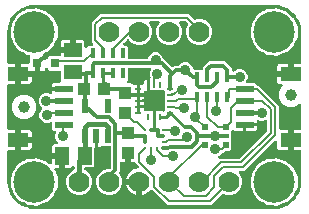
<source format=gbr>
G04 EAGLE Gerber RS-274X export*
G75*
%MOMM*%
%FSLAX34Y34*%
%LPD*%
%INTop Copper*%
%IPPOS*%
%AMOC8*
5,1,8,0,0,1.08239X$1,22.5*%
G01*
%ADD10R,1.240000X1.500000*%
%ADD11R,0.550000X1.200000*%
%ADD12R,1.500000X1.240000*%
%ADD13R,1.075000X1.000000*%
%ADD14R,0.450000X0.900000*%
%ADD15R,0.500000X0.500000*%
%ADD16R,0.500000X0.400000*%
%ADD17C,3.516000*%
%ADD18R,1.550000X0.600000*%
%ADD19R,1.800000X1.200000*%
%ADD20C,1.000000*%
%ADD21R,0.800000X0.800000*%
%ADD22R,1.000000X1.075000*%
%ADD23C,1.778000*%
%ADD24R,0.250000X0.275000*%
%ADD25R,0.275000X0.250000*%
%ADD26R,0.500000X0.250000*%
%ADD27R,0.250000X0.500000*%
%ADD28C,0.889000*%
%ADD29C,0.304800*%
%ADD30C,0.254000*%
%ADD31C,0.856400*%
%ADD32C,0.406400*%
%ADD33C,0.203200*%

G36*
X228622Y2543D02*
X228622Y2543D01*
X228700Y2545D01*
X232077Y2810D01*
X232145Y2824D01*
X232214Y2829D01*
X232370Y2869D01*
X238794Y4956D01*
X238901Y5006D01*
X239012Y5050D01*
X239063Y5083D01*
X239082Y5091D01*
X239097Y5104D01*
X239148Y5136D01*
X244612Y9107D01*
X244699Y9188D01*
X244746Y9227D01*
X244752Y9231D01*
X244753Y9232D01*
X244791Y9264D01*
X244829Y9310D01*
X244844Y9324D01*
X244855Y9342D01*
X244893Y9388D01*
X246586Y11717D01*
X246599Y11741D01*
X246616Y11761D01*
X246675Y11880D01*
X246739Y11996D01*
X246746Y12022D01*
X246758Y12046D01*
X246785Y12174D01*
X246799Y12185D01*
X246823Y12196D01*
X246925Y12281D01*
X247031Y12361D01*
X247048Y12382D01*
X247068Y12398D01*
X247171Y12522D01*
X248864Y14852D01*
X248921Y14956D01*
X248985Y15056D01*
X249007Y15113D01*
X249017Y15131D01*
X249022Y15151D01*
X249044Y15206D01*
X251131Y21630D01*
X251144Y21698D01*
X251167Y21764D01*
X251190Y21923D01*
X251455Y25300D01*
X251455Y25304D01*
X251456Y25307D01*
X251455Y25326D01*
X251459Y25400D01*
X251459Y51090D01*
X251444Y51208D01*
X251437Y51327D01*
X251424Y51365D01*
X251419Y51406D01*
X251376Y51516D01*
X251339Y51629D01*
X251317Y51664D01*
X251302Y51701D01*
X251233Y51797D01*
X251169Y51898D01*
X251139Y51926D01*
X251116Y51959D01*
X251024Y52035D01*
X250937Y52116D01*
X250902Y52136D01*
X250871Y52161D01*
X250763Y52212D01*
X250659Y52270D01*
X250619Y52280D01*
X250583Y52297D01*
X250466Y52319D01*
X250351Y52349D01*
X250291Y52353D01*
X250271Y52357D01*
X250250Y52355D01*
X250190Y52359D01*
X244999Y52359D01*
X244999Y59630D01*
X244984Y59748D01*
X244977Y59867D01*
X244964Y59905D01*
X244959Y59945D01*
X244915Y60056D01*
X244879Y60169D01*
X244857Y60204D01*
X244842Y60241D01*
X244772Y60337D01*
X244709Y60438D01*
X244679Y60466D01*
X244655Y60498D01*
X244564Y60574D01*
X244477Y60656D01*
X244442Y60675D01*
X244410Y60701D01*
X244303Y60752D01*
X244199Y60809D01*
X244159Y60820D01*
X244123Y60837D01*
X244006Y60859D01*
X243891Y60889D01*
X243830Y60893D01*
X243810Y60897D01*
X243790Y60895D01*
X243730Y60899D01*
X241190Y60899D01*
X241072Y60884D01*
X240953Y60877D01*
X240915Y60864D01*
X240875Y60859D01*
X240764Y60815D01*
X240651Y60779D01*
X240616Y60757D01*
X240579Y60742D01*
X240483Y60672D01*
X240382Y60609D01*
X240354Y60579D01*
X240321Y60555D01*
X240246Y60464D01*
X240164Y60377D01*
X240144Y60342D01*
X240119Y60310D01*
X240068Y60203D01*
X240010Y60099D01*
X240000Y60059D01*
X239983Y60023D01*
X239961Y59906D01*
X239931Y59791D01*
X239927Y59730D01*
X239923Y59710D01*
X239925Y59690D01*
X239921Y59630D01*
X239921Y52359D01*
X233126Y52359D01*
X232479Y52532D01*
X231900Y52867D01*
X231427Y53340D01*
X231092Y53919D01*
X230919Y54566D01*
X230919Y59046D01*
X230902Y59184D01*
X230889Y59322D01*
X230882Y59342D01*
X230879Y59362D01*
X230828Y59491D01*
X230781Y59622D01*
X230770Y59639D01*
X230762Y59657D01*
X230681Y59769D01*
X230603Y59885D01*
X230587Y59898D01*
X230576Y59915D01*
X230468Y60003D01*
X230364Y60095D01*
X230346Y60105D01*
X230331Y60117D01*
X230205Y60177D01*
X230081Y60240D01*
X230061Y60244D01*
X230043Y60253D01*
X229907Y60279D01*
X229771Y60310D01*
X229750Y60309D01*
X229731Y60313D01*
X229592Y60304D01*
X229453Y60300D01*
X229433Y60294D01*
X229413Y60293D01*
X229281Y60250D01*
X229147Y60212D01*
X229130Y60201D01*
X229111Y60195D01*
X228993Y60121D01*
X228873Y60050D01*
X228852Y60031D01*
X228842Y60025D01*
X228828Y60010D01*
X228753Y59944D01*
X205764Y36955D01*
X203606Y34797D01*
X199614Y34797D01*
X199476Y34780D01*
X199338Y34767D01*
X199319Y34760D01*
X199298Y34757D01*
X199169Y34706D01*
X199038Y34659D01*
X199022Y34648D01*
X199003Y34640D01*
X198891Y34559D01*
X198775Y34481D01*
X198762Y34465D01*
X198745Y34454D01*
X198657Y34346D01*
X198565Y34242D01*
X198556Y34224D01*
X198543Y34209D01*
X198483Y34083D01*
X198420Y33959D01*
X198416Y33939D01*
X198407Y33921D01*
X198381Y33784D01*
X198351Y33649D01*
X198351Y33628D01*
X198347Y33609D01*
X198356Y33470D01*
X198360Y33331D01*
X198366Y33311D01*
X198367Y33291D01*
X198410Y33159D01*
X198449Y33025D01*
X198459Y33008D01*
X198465Y32989D01*
X198540Y32871D01*
X198610Y32751D01*
X198629Y32730D01*
X198635Y32720D01*
X198650Y32706D01*
X198717Y32631D01*
X199760Y31587D01*
X201423Y27573D01*
X201423Y23227D01*
X199760Y19213D01*
X196687Y16140D01*
X192673Y14477D01*
X188327Y14477D01*
X185972Y15453D01*
X185944Y15461D01*
X185918Y15474D01*
X185791Y15502D01*
X185666Y15537D01*
X185636Y15537D01*
X185607Y15544D01*
X185478Y15540D01*
X185348Y15542D01*
X185319Y15535D01*
X185289Y15534D01*
X185165Y15498D01*
X185038Y15468D01*
X185012Y15454D01*
X184984Y15446D01*
X184872Y15380D01*
X184757Y15319D01*
X184735Y15299D01*
X184710Y15284D01*
X184589Y15178D01*
X177410Y7999D01*
X175253Y5841D01*
X137802Y5841D01*
X135645Y7999D01*
X125194Y18450D01*
X125147Y18486D01*
X125106Y18530D01*
X125022Y18583D01*
X124942Y18645D01*
X124888Y18668D01*
X124837Y18700D01*
X124743Y18731D01*
X124651Y18771D01*
X124592Y18780D01*
X124535Y18799D01*
X124436Y18805D01*
X124337Y18821D01*
X124277Y18815D01*
X124218Y18819D01*
X124120Y18800D01*
X124020Y18791D01*
X123964Y18771D01*
X123905Y18760D01*
X123815Y18717D01*
X123721Y18683D01*
X123671Y18650D01*
X123617Y18625D01*
X123540Y18561D01*
X123458Y18505D01*
X123418Y18460D01*
X123372Y18422D01*
X123269Y18298D01*
X123019Y17953D01*
X121747Y16681D01*
X120291Y15623D01*
X118688Y14807D01*
X116977Y14251D01*
X116799Y14223D01*
X116799Y24170D01*
X116784Y24288D01*
X116777Y24407D01*
X116764Y24445D01*
X116759Y24485D01*
X116716Y24596D01*
X116679Y24709D01*
X116657Y24743D01*
X116642Y24781D01*
X116573Y24877D01*
X116509Y24978D01*
X116479Y25006D01*
X116456Y25038D01*
X116364Y25114D01*
X116277Y25196D01*
X116242Y25215D01*
X116211Y25241D01*
X116103Y25292D01*
X115999Y25349D01*
X115959Y25359D01*
X115923Y25377D01*
X115806Y25399D01*
X115691Y25429D01*
X115631Y25433D01*
X115611Y25436D01*
X115590Y25435D01*
X115530Y25439D01*
X114339Y25439D01*
X114339Y26630D01*
X114324Y26748D01*
X114317Y26867D01*
X114304Y26905D01*
X114299Y26946D01*
X114255Y27056D01*
X114219Y27169D01*
X114197Y27204D01*
X114182Y27241D01*
X114112Y27337D01*
X114049Y27438D01*
X114019Y27466D01*
X113995Y27499D01*
X113904Y27575D01*
X113817Y27656D01*
X113782Y27676D01*
X113750Y27701D01*
X113643Y27752D01*
X113538Y27810D01*
X113499Y27820D01*
X113463Y27837D01*
X113346Y27859D01*
X113230Y27889D01*
X113170Y27893D01*
X113150Y27897D01*
X113130Y27895D01*
X113070Y27899D01*
X103123Y27899D01*
X103151Y28077D01*
X103707Y29788D01*
X104523Y31391D01*
X105581Y32847D01*
X106853Y34119D01*
X108309Y35177D01*
X109912Y35993D01*
X111623Y36549D01*
X112928Y36756D01*
X112966Y36767D01*
X113005Y36771D01*
X113118Y36811D01*
X113233Y36845D01*
X113267Y36865D01*
X113305Y36878D01*
X113404Y36946D01*
X113507Y37006D01*
X113535Y37035D01*
X113568Y37057D01*
X113647Y37147D01*
X113732Y37231D01*
X113752Y37265D01*
X113778Y37295D01*
X113833Y37402D01*
X113894Y37505D01*
X113905Y37543D01*
X113923Y37579D01*
X113949Y37695D01*
X113983Y37810D01*
X113984Y37850D01*
X113993Y37889D01*
X113989Y38008D01*
X113993Y38128D01*
X113984Y38167D01*
X113983Y38207D01*
X113950Y38322D01*
X113924Y38438D01*
X113906Y38474D01*
X113894Y38512D01*
X113834Y38615D01*
X113779Y38722D01*
X113753Y38752D01*
X113733Y38786D01*
X113627Y38907D01*
X111237Y41296D01*
X111229Y41309D01*
X111214Y41346D01*
X111145Y41442D01*
X111081Y41543D01*
X111051Y41571D01*
X111028Y41604D01*
X110936Y41680D01*
X110849Y41761D01*
X110814Y41781D01*
X110783Y41806D01*
X110675Y41857D01*
X110571Y41915D01*
X110531Y41925D01*
X110495Y41942D01*
X110378Y41964D01*
X110263Y41994D01*
X110203Y41998D01*
X110183Y42002D01*
X110162Y42000D01*
X110102Y42004D01*
X107274Y42004D01*
X107274Y48690D01*
X107259Y48808D01*
X107252Y48927D01*
X107239Y48965D01*
X107234Y49005D01*
X107191Y49116D01*
X107154Y49229D01*
X107132Y49263D01*
X107117Y49301D01*
X107048Y49397D01*
X106984Y49498D01*
X106954Y49526D01*
X106931Y49558D01*
X106839Y49634D01*
X106752Y49716D01*
X106717Y49735D01*
X106686Y49761D01*
X106578Y49812D01*
X106474Y49869D01*
X106434Y49879D01*
X106398Y49897D01*
X106281Y49919D01*
X106166Y49949D01*
X106106Y49953D01*
X106086Y49956D01*
X106065Y49955D01*
X106005Y49959D01*
X103545Y49959D01*
X103427Y49944D01*
X103308Y49937D01*
X103270Y49924D01*
X103229Y49919D01*
X103119Y49875D01*
X103006Y49839D01*
X102971Y49817D01*
X102934Y49802D01*
X102837Y49732D01*
X102737Y49669D01*
X102709Y49639D01*
X102676Y49615D01*
X102600Y49524D01*
X102519Y49437D01*
X102499Y49402D01*
X102474Y49370D01*
X102423Y49263D01*
X102365Y49158D01*
X102355Y49119D01*
X102338Y49083D01*
X102316Y48966D01*
X102286Y48850D01*
X102282Y48790D01*
X102278Y48770D01*
X102280Y48750D01*
X102276Y48690D01*
X102276Y42004D01*
X99441Y42004D01*
X99135Y42086D01*
X99010Y42103D01*
X98886Y42127D01*
X98853Y42125D01*
X98820Y42129D01*
X98694Y42115D01*
X98569Y42107D01*
X98537Y42097D01*
X98504Y42093D01*
X98386Y42048D01*
X98267Y42009D01*
X98238Y41991D01*
X98207Y41979D01*
X98104Y41906D01*
X97998Y41839D01*
X97975Y41814D01*
X97947Y41795D01*
X97866Y41699D01*
X97780Y41607D01*
X97764Y41578D01*
X97742Y41552D01*
X97687Y41439D01*
X97626Y41329D01*
X97618Y41296D01*
X97603Y41266D01*
X97578Y41143D01*
X97547Y41021D01*
X97544Y40972D01*
X97540Y40954D01*
X97541Y40933D01*
X97537Y40860D01*
X97537Y34087D01*
X97496Y34046D01*
X97423Y33952D01*
X97344Y33863D01*
X97326Y33827D01*
X97301Y33795D01*
X97254Y33686D01*
X97200Y33579D01*
X97191Y33540D01*
X97175Y33503D01*
X97156Y33385D01*
X97130Y33269D01*
X97131Y33229D01*
X97125Y33189D01*
X97136Y33070D01*
X97140Y32951D01*
X97151Y32912D01*
X97155Y32872D01*
X97195Y32760D01*
X97228Y32646D01*
X97249Y32611D01*
X97262Y32573D01*
X97329Y32474D01*
X97390Y32372D01*
X97429Y32327D01*
X97441Y32310D01*
X97456Y32296D01*
X97496Y32251D01*
X98160Y31587D01*
X99823Y27573D01*
X99823Y23227D01*
X98160Y19213D01*
X95087Y16140D01*
X91073Y14477D01*
X86727Y14477D01*
X82713Y16140D01*
X79640Y19213D01*
X77977Y23227D01*
X77977Y27573D01*
X79640Y31587D01*
X82713Y34660D01*
X86727Y36323D01*
X89154Y36323D01*
X89272Y36338D01*
X89391Y36345D01*
X89429Y36358D01*
X89470Y36363D01*
X89580Y36406D01*
X89693Y36443D01*
X89728Y36465D01*
X89765Y36480D01*
X89861Y36549D01*
X89962Y36613D01*
X89990Y36643D01*
X90023Y36666D01*
X90099Y36758D01*
X90180Y36845D01*
X90200Y36880D01*
X90225Y36911D01*
X90276Y37019D01*
X90334Y37123D01*
X90344Y37163D01*
X90361Y37199D01*
X90383Y37316D01*
X90413Y37431D01*
X90417Y37491D01*
X90421Y37511D01*
X90419Y37532D01*
X90423Y37592D01*
X90423Y54532D01*
X90408Y54650D01*
X90401Y54769D01*
X90388Y54807D01*
X90383Y54848D01*
X90340Y54958D01*
X90303Y55071D01*
X90281Y55106D01*
X90266Y55143D01*
X90197Y55239D01*
X90133Y55340D01*
X90103Y55368D01*
X90080Y55401D01*
X89988Y55477D01*
X89901Y55558D01*
X89866Y55578D01*
X89835Y55603D01*
X89727Y55654D01*
X89623Y55712D01*
X89583Y55722D01*
X89547Y55739D01*
X89430Y55761D01*
X89315Y55791D01*
X89255Y55795D01*
X89235Y55799D01*
X89214Y55797D01*
X89154Y55801D01*
X83861Y55801D01*
X83801Y55855D01*
X83765Y55873D01*
X83733Y55898D01*
X83624Y55945D01*
X83517Y55999D01*
X83478Y56008D01*
X83442Y56024D01*
X83324Y56043D01*
X83207Y56069D01*
X83167Y56067D01*
X83128Y56074D01*
X83009Y56063D01*
X82889Y56059D01*
X82851Y56048D01*
X82811Y56044D01*
X82699Y56004D01*
X82584Y55970D01*
X82549Y55950D01*
X82512Y55936D01*
X82442Y55889D01*
X82433Y55884D01*
X81709Y55466D01*
X81062Y55293D01*
X79352Y55293D01*
X79352Y63729D01*
X79337Y63847D01*
X79330Y63966D01*
X79317Y64004D01*
X79312Y64044D01*
X79269Y64155D01*
X79232Y64268D01*
X79210Y64302D01*
X79195Y64340D01*
X79126Y64436D01*
X79062Y64537D01*
X79032Y64565D01*
X79009Y64597D01*
X78917Y64673D01*
X78830Y64755D01*
X78795Y64774D01*
X78764Y64800D01*
X78656Y64851D01*
X78552Y64908D01*
X78512Y64918D01*
X78476Y64936D01*
X78359Y64958D01*
X78244Y64988D01*
X78184Y64992D01*
X78164Y64995D01*
X78143Y64994D01*
X78083Y64998D01*
X77873Y64998D01*
X77755Y64983D01*
X77636Y64976D01*
X77598Y64963D01*
X77557Y64958D01*
X77447Y64914D01*
X77334Y64878D01*
X77299Y64856D01*
X77262Y64841D01*
X77165Y64771D01*
X77065Y64708D01*
X77037Y64678D01*
X77004Y64654D01*
X76928Y64563D01*
X76847Y64476D01*
X76827Y64441D01*
X76802Y64409D01*
X76751Y64302D01*
X76693Y64197D01*
X76683Y64158D01*
X76666Y64122D01*
X76644Y64005D01*
X76614Y63889D01*
X76610Y63829D01*
X76606Y63809D01*
X76608Y63789D01*
X76604Y63729D01*
X76604Y54857D01*
X76523Y54771D01*
X76503Y54736D01*
X76478Y54705D01*
X76427Y54597D01*
X76369Y54493D01*
X76359Y54453D01*
X76342Y54417D01*
X76320Y54300D01*
X76290Y54185D01*
X76286Y54125D01*
X76282Y54105D01*
X76284Y54084D01*
X76280Y54024D01*
X76280Y38902D01*
X75089Y37711D01*
X68834Y37711D01*
X68716Y37696D01*
X68597Y37689D01*
X68559Y37676D01*
X68518Y37671D01*
X68408Y37628D01*
X68295Y37591D01*
X68260Y37569D01*
X68223Y37554D01*
X68127Y37485D01*
X68026Y37421D01*
X67998Y37391D01*
X67965Y37368D01*
X67889Y37276D01*
X67808Y37189D01*
X67788Y37154D01*
X67763Y37123D01*
X67712Y37015D01*
X67654Y36911D01*
X67644Y36871D01*
X67627Y36835D01*
X67605Y36718D01*
X67575Y36603D01*
X67571Y36543D01*
X67567Y36523D01*
X67569Y36502D01*
X67565Y36442D01*
X67565Y36387D01*
X67568Y36358D01*
X67566Y36328D01*
X67587Y36209D01*
X67587Y36205D01*
X67588Y36202D01*
X67588Y36200D01*
X67605Y36072D01*
X67615Y36044D01*
X67620Y36015D01*
X67674Y35896D01*
X67722Y35776D01*
X67739Y35752D01*
X67751Y35725D01*
X67832Y35624D01*
X67908Y35519D01*
X67931Y35500D01*
X67950Y35477D01*
X68053Y35399D01*
X68153Y35316D01*
X68180Y35303D01*
X68204Y35285D01*
X68348Y35214D01*
X69687Y34660D01*
X72760Y31587D01*
X74423Y27573D01*
X74423Y23227D01*
X72760Y19213D01*
X69687Y16140D01*
X65673Y14477D01*
X61327Y14477D01*
X57313Y16140D01*
X54240Y19213D01*
X52577Y23227D01*
X52577Y27573D01*
X54240Y31587D01*
X57313Y34660D01*
X58652Y35214D01*
X58677Y35229D01*
X58705Y35238D01*
X58815Y35308D01*
X58928Y35372D01*
X58949Y35393D01*
X58974Y35408D01*
X59063Y35503D01*
X59156Y35593D01*
X59172Y35618D01*
X59192Y35640D01*
X59255Y35754D01*
X59323Y35864D01*
X59331Y35893D01*
X59346Y35918D01*
X59378Y36044D01*
X59416Y36168D01*
X59418Y36198D01*
X59425Y36226D01*
X59435Y36387D01*
X59435Y37275D01*
X59418Y37413D01*
X59405Y37551D01*
X59398Y37570D01*
X59395Y37590D01*
X59344Y37720D01*
X59297Y37851D01*
X59286Y37867D01*
X59278Y37886D01*
X59197Y37999D01*
X59119Y38114D01*
X59103Y38127D01*
X59092Y38143D01*
X58984Y38232D01*
X58880Y38324D01*
X58862Y38333D01*
X58847Y38346D01*
X58721Y38405D01*
X58597Y38469D01*
X58577Y38473D01*
X58559Y38482D01*
X58423Y38508D01*
X58287Y38538D01*
X58266Y38538D01*
X58247Y38542D01*
X58108Y38533D01*
X57969Y38529D01*
X57949Y38523D01*
X57929Y38522D01*
X57797Y38479D01*
X57663Y38440D01*
X57646Y38430D01*
X57627Y38424D01*
X57509Y38350D01*
X57389Y38279D01*
X57368Y38260D01*
X57358Y38254D01*
X57344Y38239D01*
X57268Y38172D01*
X56807Y37711D01*
X56228Y37376D01*
X55581Y37203D01*
X51586Y37203D01*
X51586Y45974D01*
X51571Y46092D01*
X51564Y46211D01*
X51551Y46249D01*
X51546Y46289D01*
X51502Y46400D01*
X51466Y46513D01*
X51444Y46548D01*
X51429Y46585D01*
X51359Y46681D01*
X51296Y46782D01*
X51266Y46810D01*
X51242Y46842D01*
X51151Y46918D01*
X51064Y47000D01*
X51029Y47019D01*
X50997Y47045D01*
X50890Y47096D01*
X50786Y47153D01*
X50746Y47164D01*
X50710Y47181D01*
X50593Y47203D01*
X50478Y47233D01*
X50417Y47237D01*
X50397Y47241D01*
X50377Y47239D01*
X50317Y47243D01*
X49046Y47243D01*
X49046Y48514D01*
X49031Y48632D01*
X49024Y48751D01*
X49011Y48789D01*
X49006Y48829D01*
X48962Y48940D01*
X48926Y49053D01*
X48904Y49088D01*
X48889Y49125D01*
X48819Y49221D01*
X48756Y49322D01*
X48726Y49350D01*
X48702Y49382D01*
X48611Y49458D01*
X48524Y49540D01*
X48489Y49559D01*
X48457Y49585D01*
X48350Y49636D01*
X48246Y49693D01*
X48206Y49704D01*
X48170Y49721D01*
X48053Y49743D01*
X47938Y49773D01*
X47877Y49777D01*
X47857Y49781D01*
X47837Y49779D01*
X47777Y49783D01*
X40306Y49783D01*
X40306Y55078D01*
X40479Y55725D01*
X40814Y56304D01*
X41287Y56777D01*
X41866Y57112D01*
X42513Y57285D01*
X44155Y57285D01*
X44293Y57302D01*
X44432Y57315D01*
X44451Y57322D01*
X44471Y57325D01*
X44600Y57376D01*
X44731Y57423D01*
X44748Y57434D01*
X44766Y57442D01*
X44879Y57523D01*
X44994Y57601D01*
X45007Y57617D01*
X45024Y57628D01*
X45113Y57736D01*
X45204Y57840D01*
X45214Y57858D01*
X45227Y57873D01*
X45286Y57999D01*
X45349Y58123D01*
X45353Y58143D01*
X45362Y58161D01*
X45388Y58298D01*
X45419Y58433D01*
X45418Y58454D01*
X45422Y58473D01*
X45413Y58612D01*
X45409Y58751D01*
X45403Y58771D01*
X45402Y58791D01*
X45359Y58923D01*
X45321Y59057D01*
X45310Y59074D01*
X45304Y59093D01*
X45230Y59211D01*
X45159Y59331D01*
X45141Y59352D01*
X45134Y59362D01*
X45119Y59376D01*
X45053Y59451D01*
X44038Y60466D01*
X43052Y62846D01*
X43052Y65424D01*
X43752Y67112D01*
X43765Y67160D01*
X43786Y67205D01*
X43807Y67313D01*
X43836Y67419D01*
X43837Y67469D01*
X43846Y67518D01*
X43839Y67627D01*
X43841Y67737D01*
X43829Y67785D01*
X43826Y67835D01*
X43792Y67939D01*
X43767Y68046D01*
X43743Y68090D01*
X43728Y68137D01*
X43669Y68230D01*
X43618Y68327D01*
X43585Y68364D01*
X43558Y68406D01*
X43478Y68481D01*
X43404Y68563D01*
X43363Y68590D01*
X43326Y68624D01*
X43230Y68677D01*
X43138Y68737D01*
X43091Y68754D01*
X43048Y68778D01*
X42942Y68805D01*
X42837Y68841D01*
X42788Y68845D01*
X42740Y68857D01*
X42579Y68867D01*
X41948Y68867D01*
X40757Y70058D01*
X40757Y74894D01*
X40751Y74943D01*
X40753Y74993D01*
X40739Y75063D01*
X40735Y75125D01*
X40724Y75160D01*
X40717Y75209D01*
X40699Y75255D01*
X40689Y75304D01*
X40653Y75378D01*
X40637Y75427D01*
X40621Y75452D01*
X40600Y75505D01*
X40571Y75545D01*
X40549Y75590D01*
X40490Y75659D01*
X40467Y75696D01*
X40450Y75711D01*
X40414Y75762D01*
X40375Y75794D01*
X40343Y75832D01*
X40262Y75889D01*
X40235Y75914D01*
X40221Y75922D01*
X40169Y75965D01*
X40124Y75986D01*
X40083Y76015D01*
X39984Y76052D01*
X39957Y76068D01*
X39944Y76071D01*
X39881Y76101D01*
X39832Y76110D01*
X39786Y76128D01*
X39677Y76140D01*
X39649Y76147D01*
X39634Y76148D01*
X39569Y76160D01*
X39519Y76157D01*
X39470Y76163D01*
X39361Y76147D01*
X39251Y76141D01*
X39204Y76125D01*
X39155Y76118D01*
X39002Y76066D01*
X37484Y75437D01*
X34906Y75437D01*
X32526Y76423D01*
X30703Y78246D01*
X29717Y80626D01*
X29717Y83204D01*
X30703Y85584D01*
X31852Y86733D01*
X31925Y86827D01*
X32003Y86916D01*
X32022Y86952D01*
X32047Y86984D01*
X32094Y87093D01*
X32148Y87199D01*
X32157Y87238D01*
X32173Y87276D01*
X32192Y87393D01*
X32218Y87509D01*
X32216Y87550D01*
X32223Y87590D01*
X32212Y87708D01*
X32208Y87827D01*
X32197Y87866D01*
X32193Y87906D01*
X32153Y88018D01*
X32120Y88133D01*
X32099Y88168D01*
X32085Y88206D01*
X32018Y88304D01*
X31958Y88407D01*
X31918Y88452D01*
X31907Y88469D01*
X31891Y88482D01*
X31852Y88528D01*
X30068Y90311D01*
X29082Y92691D01*
X29082Y95269D01*
X30068Y97649D01*
X31891Y99472D01*
X34271Y100458D01*
X36849Y100458D01*
X38494Y99776D01*
X38542Y99763D01*
X38587Y99742D01*
X38695Y99721D01*
X38801Y99692D01*
X38851Y99691D01*
X38900Y99682D01*
X39009Y99689D01*
X39119Y99687D01*
X39167Y99699D01*
X39217Y99702D01*
X39321Y99736D01*
X39428Y99761D01*
X39472Y99784D01*
X39519Y99800D01*
X39612Y99859D01*
X39709Y99910D01*
X39746Y99943D01*
X39788Y99970D01*
X39863Y100050D01*
X39945Y100124D01*
X39972Y100165D01*
X40006Y100202D01*
X40059Y100298D01*
X40119Y100390D01*
X40136Y100437D01*
X40160Y100480D01*
X40187Y100586D01*
X40223Y100690D01*
X40227Y100740D01*
X40239Y100788D01*
X40249Y100949D01*
X40249Y102401D01*
X50310Y102401D01*
X50428Y102416D01*
X50547Y102423D01*
X50585Y102435D01*
X50625Y102441D01*
X50736Y102484D01*
X50849Y102521D01*
X50883Y102543D01*
X50921Y102558D01*
X51017Y102627D01*
X51118Y102691D01*
X51146Y102721D01*
X51178Y102744D01*
X51254Y102836D01*
X51336Y102923D01*
X51355Y102958D01*
X51381Y102989D01*
X51432Y103097D01*
X51489Y103201D01*
X51499Y103241D01*
X51517Y103277D01*
X51539Y103394D01*
X51569Y103509D01*
X51573Y103569D01*
X51576Y103589D01*
X51575Y103610D01*
X51579Y103670D01*
X51579Y104130D01*
X51564Y104248D01*
X51557Y104367D01*
X51544Y104405D01*
X51539Y104446D01*
X51495Y104556D01*
X51459Y104669D01*
X51437Y104704D01*
X51422Y104741D01*
X51352Y104837D01*
X51289Y104938D01*
X51259Y104966D01*
X51235Y104999D01*
X51144Y105075D01*
X51057Y105156D01*
X51022Y105176D01*
X50990Y105201D01*
X50883Y105252D01*
X50778Y105310D01*
X50739Y105320D01*
X50703Y105337D01*
X50586Y105359D01*
X50470Y105389D01*
X50410Y105393D01*
X50390Y105397D01*
X50370Y105395D01*
X50310Y105399D01*
X40249Y105399D01*
X40249Y107234D01*
X40422Y107881D01*
X40757Y108460D01*
X41230Y108933D01*
X41809Y109268D01*
X42456Y109441D01*
X46983Y109441D01*
X47101Y109456D01*
X47220Y109463D01*
X47258Y109476D01*
X47299Y109481D01*
X47409Y109524D01*
X47522Y109561D01*
X47557Y109583D01*
X47594Y109598D01*
X47690Y109667D01*
X47791Y109731D01*
X47819Y109761D01*
X47852Y109784D01*
X47928Y109876D01*
X48009Y109963D01*
X48029Y109998D01*
X48054Y110029D01*
X48105Y110137D01*
X48163Y110241D01*
X48173Y110281D01*
X48190Y110317D01*
X48212Y110434D01*
X48242Y110549D01*
X48246Y110609D01*
X48250Y110629D01*
X48248Y110650D01*
X48252Y110710D01*
X48252Y118428D01*
X48237Y118546D01*
X48230Y118665D01*
X48217Y118703D01*
X48212Y118744D01*
X48169Y118854D01*
X48132Y118967D01*
X48110Y119002D01*
X48095Y119039D01*
X48026Y119135D01*
X47962Y119236D01*
X47932Y119264D01*
X47909Y119297D01*
X47817Y119373D01*
X47730Y119454D01*
X47695Y119474D01*
X47664Y119499D01*
X47556Y119550D01*
X47452Y119608D01*
X47412Y119618D01*
X47376Y119635D01*
X47259Y119657D01*
X47144Y119687D01*
X47084Y119691D01*
X47064Y119695D01*
X47043Y119693D01*
X46983Y119697D01*
X38218Y119697D01*
X37016Y120899D01*
X37008Y120962D01*
X36991Y121113D01*
X36988Y121119D01*
X36987Y121126D01*
X36931Y121268D01*
X36877Y121410D01*
X36873Y121416D01*
X36870Y121422D01*
X36781Y121545D01*
X36693Y121669D01*
X36688Y121674D01*
X36684Y121679D01*
X36565Y121777D01*
X36450Y121875D01*
X36444Y121878D01*
X36439Y121882D01*
X36302Y121946D01*
X36164Y122013D01*
X36157Y122015D01*
X36151Y122018D01*
X36003Y122046D01*
X35852Y122076D01*
X35845Y122076D01*
X35839Y122077D01*
X35687Y122068D01*
X35534Y122060D01*
X35528Y122058D01*
X35521Y122058D01*
X35376Y122011D01*
X35231Y121965D01*
X35225Y121962D01*
X35219Y121960D01*
X35090Y121878D01*
X34960Y121798D01*
X34956Y121793D01*
X34950Y121789D01*
X34845Y121678D01*
X34740Y121569D01*
X34737Y121563D01*
X34732Y121558D01*
X34658Y121424D01*
X34583Y121292D01*
X34581Y121283D01*
X34578Y121279D01*
X34576Y121269D01*
X34532Y121139D01*
X34428Y120749D01*
X34093Y120170D01*
X33620Y119697D01*
X33041Y119362D01*
X32394Y119189D01*
X30059Y119189D01*
X30059Y125000D01*
X30044Y125118D01*
X30037Y125237D01*
X30024Y125275D01*
X30019Y125315D01*
X29976Y125426D01*
X29939Y125539D01*
X29917Y125573D01*
X29902Y125611D01*
X29833Y125707D01*
X29769Y125808D01*
X29739Y125836D01*
X29716Y125868D01*
X29624Y125944D01*
X29537Y126026D01*
X29502Y126045D01*
X29471Y126071D01*
X29363Y126122D01*
X29259Y126179D01*
X29219Y126189D01*
X29183Y126207D01*
X29066Y126229D01*
X28951Y126259D01*
X28891Y126263D01*
X28871Y126266D01*
X28850Y126265D01*
X28790Y126269D01*
X27330Y126269D01*
X27212Y126254D01*
X27093Y126247D01*
X27055Y126234D01*
X27014Y126229D01*
X26904Y126185D01*
X26791Y126149D01*
X26756Y126127D01*
X26719Y126112D01*
X26622Y126042D01*
X26522Y125979D01*
X26494Y125949D01*
X26461Y125925D01*
X26385Y125834D01*
X26304Y125747D01*
X26284Y125712D01*
X26259Y125680D01*
X26208Y125573D01*
X26150Y125468D01*
X26140Y125429D01*
X26123Y125393D01*
X26101Y125276D01*
X26071Y125160D01*
X26067Y125100D01*
X26063Y125080D01*
X26065Y125060D01*
X26061Y125000D01*
X26061Y119189D01*
X23726Y119189D01*
X22954Y119396D01*
X22869Y119408D01*
X22786Y119429D01*
X22650Y119438D01*
X22639Y119439D01*
X22635Y119439D01*
X22626Y119439D01*
X14079Y119439D01*
X14079Y125441D01*
X20250Y125441D01*
X20368Y125456D01*
X20487Y125463D01*
X20525Y125475D01*
X20566Y125481D01*
X20676Y125524D01*
X20789Y125561D01*
X20824Y125583D01*
X20861Y125598D01*
X20957Y125667D01*
X21058Y125731D01*
X21086Y125761D01*
X21119Y125784D01*
X21195Y125876D01*
X21276Y125963D01*
X21296Y125998D01*
X21321Y126029D01*
X21372Y126137D01*
X21430Y126241D01*
X21440Y126281D01*
X21457Y126317D01*
X21479Y126434D01*
X21509Y126549D01*
X21513Y126609D01*
X21517Y126629D01*
X21515Y126650D01*
X21519Y126710D01*
X21519Y130064D01*
X21692Y130711D01*
X21899Y131068D01*
X21916Y131108D01*
X21939Y131144D01*
X21977Y131254D01*
X22022Y131362D01*
X22028Y131404D01*
X22042Y131445D01*
X22052Y131561D01*
X22069Y131676D01*
X22064Y131719D01*
X22068Y131762D01*
X22048Y131877D01*
X22036Y131992D01*
X22021Y132033D01*
X22013Y132075D01*
X21965Y132181D01*
X21925Y132291D01*
X21900Y132326D01*
X21883Y132365D01*
X21810Y132456D01*
X21743Y132552D01*
X21711Y132580D01*
X21684Y132613D01*
X21591Y132683D01*
X21503Y132760D01*
X21464Y132779D01*
X21430Y132805D01*
X21285Y132876D01*
X20951Y133014D01*
X20852Y133041D01*
X20757Y133077D01*
X20665Y133092D01*
X20644Y133098D01*
X20631Y133098D01*
X20598Y133104D01*
X19179Y133253D01*
X16215Y134964D01*
X16213Y134965D01*
X16210Y134967D01*
X16066Y135038D01*
X14290Y135773D01*
X13693Y136370D01*
X13626Y136422D01*
X13565Y136483D01*
X13451Y136558D01*
X13442Y136565D01*
X13438Y136567D01*
X13431Y136572D01*
X11929Y137439D01*
X10139Y139903D01*
X10126Y139917D01*
X10116Y139933D01*
X10009Y140054D01*
X8773Y141290D01*
X8357Y142296D01*
X8322Y142356D01*
X8297Y142420D01*
X8211Y142556D01*
X7008Y144211D01*
X6447Y146849D01*
X6436Y146883D01*
X6431Y146919D01*
X6379Y147071D01*
X5787Y148499D01*
X5787Y149822D01*
X5781Y149874D01*
X5783Y149926D01*
X5760Y150086D01*
X5268Y152400D01*
X5760Y154714D01*
X5764Y154767D01*
X5777Y154817D01*
X5787Y154978D01*
X5787Y156301D01*
X6379Y157729D01*
X6388Y157763D01*
X6404Y157795D01*
X6447Y157951D01*
X7008Y160589D01*
X8211Y162244D01*
X8244Y162305D01*
X8286Y162360D01*
X8357Y162504D01*
X8773Y163510D01*
X10009Y164746D01*
X10021Y164761D01*
X10036Y164773D01*
X10139Y164897D01*
X11929Y167361D01*
X13431Y168228D01*
X13499Y168280D01*
X13573Y168324D01*
X13675Y168414D01*
X13684Y168421D01*
X13687Y168424D01*
X13693Y168430D01*
X14290Y169027D01*
X16066Y169762D01*
X16068Y169764D01*
X16071Y169764D01*
X16215Y169836D01*
X18972Y171428D01*
X18993Y171444D01*
X19017Y171455D01*
X19119Y171540D01*
X19166Y171575D01*
X19203Y171568D01*
X19229Y171569D01*
X19256Y171565D01*
X19416Y171572D01*
X20598Y171696D01*
X20698Y171720D01*
X20799Y171734D01*
X20887Y171764D01*
X20908Y171769D01*
X20920Y171775D01*
X20951Y171786D01*
X21499Y172013D01*
X23543Y172013D01*
X23560Y172015D01*
X23676Y172020D01*
X27504Y172422D01*
X28573Y172075D01*
X28690Y172053D01*
X28805Y172023D01*
X28865Y172019D01*
X28885Y172015D01*
X28906Y172017D01*
X28965Y172013D01*
X29301Y172013D01*
X31209Y171222D01*
X31230Y171217D01*
X31303Y171188D01*
X35466Y169835D01*
X36078Y169285D01*
X36189Y169207D01*
X36297Y169126D01*
X36327Y169111D01*
X36339Y169103D01*
X36359Y169096D01*
X36441Y169055D01*
X36510Y169027D01*
X37805Y167732D01*
X37819Y167721D01*
X37853Y167686D01*
X41687Y164234D01*
X41900Y163756D01*
X41979Y163626D01*
X42250Y162971D01*
X42255Y162962D01*
X42263Y162941D01*
X45092Y156586D01*
X45092Y148214D01*
X42263Y141859D01*
X42260Y141849D01*
X42250Y141829D01*
X41994Y141211D01*
X41975Y141187D01*
X41970Y141179D01*
X41968Y141175D01*
X41963Y141164D01*
X41900Y141044D01*
X41687Y140566D01*
X37853Y137114D01*
X37841Y137100D01*
X37805Y137068D01*
X36510Y135773D01*
X36441Y135745D01*
X36324Y135678D01*
X36204Y135615D01*
X36177Y135594D01*
X36165Y135587D01*
X36150Y135572D01*
X36078Y135515D01*
X35466Y134965D01*
X33448Y134309D01*
X33352Y134264D01*
X33252Y134227D01*
X33208Y134196D01*
X33160Y134174D01*
X33078Y134106D01*
X32991Y134046D01*
X32956Y134005D01*
X32915Y133971D01*
X32852Y133885D01*
X32783Y133805D01*
X32759Y133757D01*
X32728Y133714D01*
X32689Y133615D01*
X32641Y133520D01*
X32630Y133468D01*
X32611Y133418D01*
X32597Y133313D01*
X32575Y133209D01*
X32577Y133156D01*
X32571Y133103D01*
X32584Y132998D01*
X32588Y132891D01*
X32604Y132840D01*
X32610Y132787D01*
X32649Y132689D01*
X32680Y132587D01*
X32707Y132541D01*
X32727Y132491D01*
X32789Y132405D01*
X32844Y132315D01*
X32882Y132277D01*
X32914Y132234D01*
X32995Y132166D01*
X33071Y132092D01*
X33142Y132045D01*
X33159Y132031D01*
X33173Y132024D01*
X33205Y132003D01*
X33620Y131763D01*
X34093Y131290D01*
X34428Y130711D01*
X34532Y130321D01*
X34590Y130180D01*
X34646Y130038D01*
X34650Y130033D01*
X34652Y130026D01*
X34744Y129903D01*
X34832Y129781D01*
X34838Y129776D01*
X34842Y129771D01*
X34959Y129676D01*
X35077Y129578D01*
X35084Y129575D01*
X35089Y129571D01*
X35228Y129507D01*
X35365Y129442D01*
X35372Y129441D01*
X35378Y129438D01*
X35529Y129411D01*
X35678Y129383D01*
X35684Y129383D01*
X35691Y129382D01*
X35843Y129393D01*
X35995Y129402D01*
X36001Y129405D01*
X36008Y129405D01*
X36154Y129454D01*
X36297Y129500D01*
X36303Y129504D01*
X36310Y129506D01*
X36438Y129589D01*
X36566Y129671D01*
X36571Y129676D01*
X36576Y129679D01*
X36679Y129790D01*
X36784Y129902D01*
X36787Y129908D01*
X36792Y129913D01*
X36864Y130047D01*
X36938Y130181D01*
X36939Y130187D01*
X36942Y130193D01*
X36979Y130342D01*
X37017Y130489D01*
X37018Y130498D01*
X37019Y130502D01*
X37019Y130513D01*
X37022Y130567D01*
X38218Y131763D01*
X46475Y131763D01*
X46593Y131778D01*
X46712Y131785D01*
X46750Y131798D01*
X46791Y131803D01*
X46901Y131846D01*
X47014Y131883D01*
X47049Y131905D01*
X47086Y131920D01*
X47182Y131989D01*
X47283Y132053D01*
X47311Y132083D01*
X47344Y132106D01*
X47420Y132198D01*
X47501Y132285D01*
X47521Y132320D01*
X47546Y132351D01*
X47597Y132459D01*
X47655Y132563D01*
X47665Y132603D01*
X47682Y132639D01*
X47704Y132756D01*
X47734Y132871D01*
X47738Y132931D01*
X47742Y132951D01*
X47740Y132972D01*
X47744Y133032D01*
X47744Y134596D01*
X56515Y134596D01*
X56633Y134611D01*
X56752Y134618D01*
X56790Y134631D01*
X56830Y134636D01*
X56941Y134679D01*
X57054Y134716D01*
X57089Y134738D01*
X57126Y134753D01*
X57222Y134823D01*
X57323Y134886D01*
X57351Y134916D01*
X57383Y134940D01*
X57459Y135031D01*
X57541Y135118D01*
X57560Y135153D01*
X57586Y135184D01*
X57637Y135292D01*
X57694Y135396D01*
X57705Y135436D01*
X57722Y135472D01*
X57744Y135589D01*
X57774Y135704D01*
X57778Y135765D01*
X57782Y135785D01*
X57780Y135805D01*
X57784Y135865D01*
X57784Y137136D01*
X59055Y137136D01*
X59173Y137151D01*
X59292Y137158D01*
X59330Y137171D01*
X59370Y137176D01*
X59481Y137220D01*
X59594Y137256D01*
X59629Y137278D01*
X59666Y137293D01*
X59762Y137363D01*
X59863Y137426D01*
X59891Y137456D01*
X59923Y137480D01*
X59999Y137571D01*
X60081Y137658D01*
X60100Y137693D01*
X60126Y137725D01*
X60177Y137832D01*
X60234Y137936D01*
X60245Y137976D01*
X60262Y138012D01*
X60284Y138129D01*
X60314Y138244D01*
X60318Y138305D01*
X60322Y138325D01*
X60320Y138345D01*
X60324Y138405D01*
X60324Y145876D01*
X65619Y145876D01*
X66266Y145703D01*
X66845Y145368D01*
X67318Y144895D01*
X67653Y144316D01*
X67826Y143669D01*
X67826Y140115D01*
X67843Y139977D01*
X67856Y139838D01*
X67863Y139819D01*
X67866Y139799D01*
X67917Y139670D01*
X67964Y139539D01*
X67975Y139522D01*
X67983Y139503D01*
X68064Y139391D01*
X68142Y139276D01*
X68158Y139263D01*
X68169Y139246D01*
X68277Y139157D01*
X68381Y139065D01*
X68399Y139056D01*
X68414Y139043D01*
X68540Y138984D01*
X68664Y138921D01*
X68684Y138916D01*
X68702Y138908D01*
X68839Y138882D01*
X68974Y138851D01*
X68995Y138852D01*
X69014Y138848D01*
X69153Y138857D01*
X69292Y138861D01*
X69312Y138866D01*
X69332Y138868D01*
X69464Y138911D01*
X69598Y138949D01*
X69615Y138960D01*
X69634Y138966D01*
X69752Y139040D01*
X69872Y139111D01*
X69893Y139129D01*
X69903Y139136D01*
X69917Y139151D01*
X69992Y139217D01*
X71538Y140763D01*
X74111Y140763D01*
X74249Y140780D01*
X74388Y140793D01*
X74407Y140800D01*
X74427Y140803D01*
X74556Y140854D01*
X74687Y140901D01*
X74704Y140912D01*
X74723Y140920D01*
X74835Y141001D01*
X74950Y141079D01*
X74964Y141095D01*
X74980Y141106D01*
X75069Y141214D01*
X75161Y141318D01*
X75170Y141336D01*
X75183Y141351D01*
X75242Y141477D01*
X75305Y141601D01*
X75310Y141621D01*
X75318Y141639D01*
X75344Y141776D01*
X75375Y141911D01*
X75374Y141932D01*
X75378Y141951D01*
X75370Y142090D01*
X75365Y142229D01*
X75360Y142249D01*
X75358Y142269D01*
X75316Y142401D01*
X75277Y142535D01*
X75267Y142552D01*
X75260Y142571D01*
X75186Y142689D01*
X75115Y142809D01*
X75097Y142830D01*
X75090Y142840D01*
X75075Y142854D01*
X75009Y142929D01*
X73786Y144152D01*
X73786Y160013D01*
X81287Y167514D01*
X156203Y167514D01*
X160536Y163180D01*
X160560Y163162D01*
X160579Y163140D01*
X160685Y163065D01*
X160787Y162985D01*
X160815Y162974D01*
X160839Y162957D01*
X160960Y162911D01*
X161079Y162859D01*
X161109Y162854D01*
X161136Y162844D01*
X161265Y162830D01*
X161393Y162809D01*
X161423Y162812D01*
X161452Y162809D01*
X161581Y162827D01*
X161710Y162839D01*
X161738Y162849D01*
X161767Y162853D01*
X161919Y162905D01*
X162927Y163323D01*
X167273Y163323D01*
X171287Y161660D01*
X174360Y158587D01*
X176023Y154573D01*
X176023Y150227D01*
X174360Y146213D01*
X171287Y143140D01*
X167273Y141477D01*
X162927Y141477D01*
X158913Y143140D01*
X155840Y146213D01*
X154177Y150227D01*
X154177Y154573D01*
X155711Y158275D01*
X155718Y158303D01*
X155732Y158329D01*
X155760Y158456D01*
X155795Y158581D01*
X155795Y158611D01*
X155802Y158640D01*
X155798Y158770D01*
X155800Y158899D01*
X155793Y158928D01*
X155792Y158958D01*
X155756Y159082D01*
X155726Y159209D01*
X155712Y159235D01*
X155704Y159263D01*
X155638Y159375D01*
X155577Y159490D01*
X155557Y159512D01*
X155542Y159537D01*
X155436Y159658D01*
X154049Y161045D01*
X153971Y161105D01*
X153899Y161173D01*
X153846Y161202D01*
X153798Y161239D01*
X153707Y161279D01*
X153620Y161327D01*
X153561Y161342D01*
X153506Y161366D01*
X153408Y161381D01*
X153312Y161406D01*
X153212Y161412D01*
X153192Y161416D01*
X153179Y161414D01*
X153151Y161416D01*
X149195Y161416D01*
X149057Y161399D01*
X148919Y161386D01*
X148900Y161379D01*
X148879Y161376D01*
X148750Y161325D01*
X148619Y161278D01*
X148603Y161267D01*
X148584Y161259D01*
X148472Y161178D01*
X148356Y161100D01*
X148343Y161084D01*
X148326Y161073D01*
X148238Y160965D01*
X148146Y160861D01*
X148137Y160843D01*
X148124Y160828D01*
X148064Y160702D01*
X148001Y160578D01*
X147997Y160558D01*
X147988Y160540D01*
X147962Y160403D01*
X147932Y160268D01*
X147932Y160247D01*
X147928Y160228D01*
X147937Y160089D01*
X147941Y159950D01*
X147947Y159930D01*
X147948Y159910D01*
X147991Y159778D01*
X148030Y159644D01*
X148040Y159627D01*
X148046Y159608D01*
X148121Y159490D01*
X148191Y159370D01*
X148210Y159349D01*
X148216Y159339D01*
X148231Y159325D01*
X148298Y159250D01*
X148960Y158587D01*
X150623Y154573D01*
X150623Y150227D01*
X148960Y146213D01*
X145887Y143140D01*
X141873Y141477D01*
X137527Y141477D01*
X133513Y143140D01*
X130440Y146213D01*
X128777Y150227D01*
X128777Y154573D01*
X130440Y158587D01*
X131102Y159250D01*
X131187Y159359D01*
X131276Y159466D01*
X131285Y159485D01*
X131297Y159501D01*
X131353Y159629D01*
X131412Y159754D01*
X131416Y159774D01*
X131424Y159793D01*
X131446Y159931D01*
X131472Y160067D01*
X131470Y160087D01*
X131474Y160107D01*
X131461Y160246D01*
X131452Y160384D01*
X131446Y160403D01*
X131444Y160423D01*
X131397Y160554D01*
X131354Y160686D01*
X131343Y160704D01*
X131336Y160723D01*
X131258Y160837D01*
X131184Y160955D01*
X131169Y160969D01*
X131158Y160986D01*
X131054Y161078D01*
X130952Y161173D01*
X130934Y161183D01*
X130919Y161196D01*
X130795Y161259D01*
X130674Y161327D01*
X130654Y161332D01*
X130636Y161341D01*
X130500Y161371D01*
X130366Y161406D01*
X130338Y161408D01*
X130326Y161411D01*
X130305Y161410D01*
X130205Y161416D01*
X123795Y161416D01*
X123657Y161399D01*
X123519Y161386D01*
X123500Y161379D01*
X123479Y161376D01*
X123350Y161325D01*
X123219Y161278D01*
X123203Y161267D01*
X123184Y161259D01*
X123072Y161178D01*
X122956Y161100D01*
X122943Y161084D01*
X122926Y161073D01*
X122838Y160965D01*
X122746Y160861D01*
X122737Y160843D01*
X122724Y160828D01*
X122664Y160702D01*
X122601Y160578D01*
X122597Y160558D01*
X122588Y160540D01*
X122562Y160403D01*
X122532Y160268D01*
X122532Y160247D01*
X122528Y160228D01*
X122537Y160089D01*
X122541Y159950D01*
X122547Y159930D01*
X122548Y159910D01*
X122591Y159778D01*
X122630Y159644D01*
X122640Y159627D01*
X122646Y159608D01*
X122721Y159490D01*
X122791Y159370D01*
X122810Y159349D01*
X122816Y159339D01*
X122831Y159325D01*
X122898Y159250D01*
X123560Y158587D01*
X125223Y154573D01*
X125223Y150227D01*
X123560Y146213D01*
X120487Y143140D01*
X116473Y141477D01*
X112127Y141477D01*
X108113Y143140D01*
X105502Y145751D01*
X105408Y145824D01*
X105319Y145902D01*
X105283Y145921D01*
X105251Y145946D01*
X105142Y145993D01*
X105036Y146047D01*
X104996Y146056D01*
X104959Y146072D01*
X104841Y146091D01*
X104725Y146117D01*
X104685Y146115D01*
X104645Y146122D01*
X104526Y146111D01*
X104408Y146107D01*
X104369Y146096D01*
X104328Y146092D01*
X104216Y146052D01*
X104102Y146019D01*
X104067Y145998D01*
X104029Y145984D01*
X103931Y145918D01*
X103828Y145857D01*
X103783Y145817D01*
X103766Y145806D01*
X103753Y145791D01*
X103707Y145751D01*
X100886Y142929D01*
X100801Y142820D01*
X100712Y142713D01*
X100704Y142694D01*
X100691Y142678D01*
X100636Y142550D01*
X100577Y142425D01*
X100573Y142405D01*
X100565Y142386D01*
X100543Y142248D01*
X100517Y142112D01*
X100518Y142092D01*
X100515Y142072D01*
X100528Y141933D01*
X100537Y141795D01*
X100543Y141776D01*
X100545Y141756D01*
X100592Y141624D01*
X100635Y141493D01*
X100645Y141475D01*
X100652Y141456D01*
X100730Y141341D01*
X100805Y141224D01*
X100820Y141210D01*
X100831Y141193D01*
X100935Y141101D01*
X101036Y141006D01*
X101054Y140996D01*
X101069Y140983D01*
X101193Y140919D01*
X101315Y140852D01*
X101334Y140847D01*
X101353Y140838D01*
X101488Y140808D01*
X101623Y140773D01*
X101651Y140771D01*
X101663Y140768D01*
X101683Y140769D01*
X101784Y140763D01*
X103722Y140763D01*
X104913Y139572D01*
X104913Y130556D01*
X104928Y130438D01*
X104935Y130319D01*
X104948Y130281D01*
X104953Y130240D01*
X104996Y130130D01*
X105033Y130017D01*
X105055Y129982D01*
X105070Y129945D01*
X105139Y129849D01*
X105203Y129748D01*
X105233Y129720D01*
X105256Y129687D01*
X105348Y129611D01*
X105435Y129530D01*
X105470Y129510D01*
X105501Y129485D01*
X105609Y129434D01*
X105713Y129376D01*
X105753Y129366D01*
X105789Y129349D01*
X105906Y129327D01*
X106021Y129297D01*
X106081Y129293D01*
X106101Y129289D01*
X106122Y129291D01*
X106182Y129287D01*
X120523Y129287D01*
X120552Y129290D01*
X120582Y129288D01*
X120710Y129310D01*
X120838Y129327D01*
X120866Y129337D01*
X120895Y129342D01*
X121013Y129396D01*
X121134Y129444D01*
X121158Y129461D01*
X121185Y129473D01*
X121286Y129554D01*
X121391Y129630D01*
X121410Y129653D01*
X121433Y129672D01*
X121511Y129775D01*
X121594Y129875D01*
X121607Y129902D01*
X121625Y129926D01*
X121695Y130070D01*
X122560Y132158D01*
X124382Y133980D01*
X126763Y134966D01*
X129340Y134966D01*
X131721Y133980D01*
X133543Y132158D01*
X134572Y129675D01*
X134576Y129667D01*
X134579Y129658D01*
X134655Y129529D01*
X134729Y129399D01*
X134736Y129392D01*
X134740Y129384D01*
X134847Y129263D01*
X141342Y122767D01*
X141437Y122694D01*
X141526Y122616D01*
X141562Y122597D01*
X141594Y122573D01*
X141703Y122525D01*
X141809Y122471D01*
X141848Y122462D01*
X141886Y122446D01*
X142003Y122427D01*
X142119Y122401D01*
X142160Y122403D01*
X142200Y122396D01*
X142318Y122407D01*
X142437Y122411D01*
X142476Y122422D01*
X142516Y122426D01*
X142629Y122466D01*
X142743Y122500D01*
X142777Y122520D01*
X142816Y122534D01*
X142914Y122601D01*
X143017Y122661D01*
X143062Y122701D01*
X143079Y122712D01*
X143092Y122728D01*
X143137Y122767D01*
X144187Y123817D01*
X146905Y123817D01*
X147003Y123829D01*
X147102Y123832D01*
X147161Y123849D01*
X147221Y123857D01*
X147313Y123893D01*
X147408Y123921D01*
X147460Y123951D01*
X147516Y123974D01*
X147596Y124032D01*
X147682Y124082D01*
X147757Y124148D01*
X147774Y124160D01*
X147781Y124170D01*
X147803Y124188D01*
X149366Y125752D01*
X151746Y126738D01*
X154324Y126738D01*
X156704Y125752D01*
X158527Y123929D01*
X159534Y121498D01*
X159535Y121475D01*
X159548Y121437D01*
X159553Y121396D01*
X159596Y121286D01*
X159633Y121173D01*
X159655Y121138D01*
X159670Y121101D01*
X159739Y121005D01*
X159803Y120904D01*
X159833Y120876D01*
X159856Y120843D01*
X159948Y120767D01*
X160035Y120686D01*
X160070Y120666D01*
X160101Y120641D01*
X160209Y120590D01*
X160313Y120532D01*
X160353Y120522D01*
X160389Y120505D01*
X160506Y120483D01*
X160621Y120453D01*
X160681Y120449D01*
X160701Y120445D01*
X160722Y120447D01*
X160782Y120443D01*
X165987Y120443D01*
X166171Y120258D01*
X166281Y120173D01*
X166388Y120084D01*
X166407Y120076D01*
X166423Y120063D01*
X166551Y120008D01*
X166676Y119949D01*
X166696Y119945D01*
X166715Y119937D01*
X166853Y119915D01*
X166989Y119889D01*
X167009Y119890D01*
X167029Y119887D01*
X167168Y119900D01*
X167306Y119909D01*
X167325Y119915D01*
X167345Y119917D01*
X167476Y119964D01*
X167608Y120007D01*
X167626Y120018D01*
X167645Y120024D01*
X167759Y120102D01*
X167877Y120177D01*
X167891Y120192D01*
X167908Y120203D01*
X168000Y120307D01*
X168095Y120409D01*
X168105Y120426D01*
X168118Y120441D01*
X168181Y120565D01*
X168249Y120687D01*
X168254Y120707D01*
X168263Y120725D01*
X168293Y120861D01*
X168328Y120995D01*
X168330Y121023D01*
X168333Y121035D01*
X168332Y121055D01*
X168338Y121156D01*
X168338Y122568D01*
X173152Y127382D01*
X186893Y127382D01*
X192452Y121823D01*
X192452Y120504D01*
X192464Y120406D01*
X192467Y120307D01*
X192484Y120248D01*
X192492Y120188D01*
X192528Y120096D01*
X192556Y120001D01*
X192586Y119949D01*
X192609Y119893D01*
X192667Y119812D01*
X192717Y119727D01*
X192783Y119652D01*
X192795Y119635D01*
X192805Y119627D01*
X192823Y119606D01*
X193282Y119148D01*
X193376Y119075D01*
X193465Y118996D01*
X193501Y118978D01*
X193533Y118953D01*
X193642Y118906D01*
X193748Y118851D01*
X193788Y118843D01*
X193825Y118827D01*
X193943Y118808D01*
X194059Y118782D01*
X194099Y118783D01*
X194139Y118777D01*
X194258Y118788D01*
X194377Y118791D01*
X194415Y118803D01*
X194456Y118806D01*
X194568Y118847D01*
X194682Y118880D01*
X194717Y118900D01*
X194755Y118914D01*
X194853Y118981D01*
X194956Y119041D01*
X195001Y119081D01*
X195018Y119093D01*
X195031Y119108D01*
X195077Y119148D01*
X195721Y119792D01*
X198101Y120778D01*
X200679Y120778D01*
X203059Y119792D01*
X204882Y117969D01*
X205868Y115589D01*
X205868Y113011D01*
X204905Y110688D01*
X204892Y110640D01*
X204871Y110595D01*
X204850Y110487D01*
X204821Y110381D01*
X204820Y110331D01*
X204811Y110282D01*
X204818Y110173D01*
X204816Y110063D01*
X204828Y110015D01*
X204831Y109965D01*
X204865Y109861D01*
X204890Y109754D01*
X204914Y109710D01*
X204929Y109663D01*
X204988Y109570D01*
X205039Y109473D01*
X205072Y109436D01*
X205099Y109394D01*
X205179Y109319D01*
X205253Y109237D01*
X205295Y109210D01*
X205331Y109176D01*
X205427Y109123D01*
X205519Y109063D01*
X205566Y109046D01*
X205609Y109022D01*
X205715Y108995D01*
X205820Y108959D01*
X205869Y108955D01*
X205917Y108943D01*
X206078Y108933D01*
X212052Y108933D01*
X213457Y107528D01*
X213469Y107511D01*
X213533Y107410D01*
X213563Y107382D01*
X213586Y107349D01*
X213678Y107273D01*
X213765Y107192D01*
X213800Y107172D01*
X213831Y107147D01*
X213939Y107096D01*
X214043Y107038D01*
X214083Y107028D01*
X214119Y107011D01*
X214236Y106989D01*
X214351Y106959D01*
X214411Y106955D01*
X214431Y106951D01*
X214452Y106953D01*
X214512Y106949D01*
X215530Y106949D01*
X232538Y89941D01*
X232538Y70710D01*
X232553Y70592D01*
X232560Y70473D01*
X232573Y70435D01*
X232578Y70394D01*
X232621Y70284D01*
X232658Y70171D01*
X232680Y70136D01*
X232695Y70099D01*
X232764Y70003D01*
X232828Y69902D01*
X232858Y69874D01*
X232881Y69841D01*
X232973Y69765D01*
X233060Y69684D01*
X233095Y69664D01*
X233126Y69639D01*
X233234Y69588D01*
X233338Y69530D01*
X233378Y69520D01*
X233414Y69503D01*
X233531Y69481D01*
X233646Y69451D01*
X233706Y69447D01*
X233726Y69443D01*
X233747Y69445D01*
X233807Y69441D01*
X239921Y69441D01*
X239921Y62170D01*
X239936Y62052D01*
X239943Y61933D01*
X239956Y61895D01*
X239961Y61855D01*
X240004Y61744D01*
X240041Y61631D01*
X240063Y61596D01*
X240078Y61559D01*
X240148Y61463D01*
X240211Y61362D01*
X240241Y61334D01*
X240265Y61302D01*
X240356Y61226D01*
X240443Y61144D01*
X240478Y61125D01*
X240509Y61099D01*
X240617Y61048D01*
X240721Y60991D01*
X240761Y60980D01*
X240797Y60963D01*
X240914Y60941D01*
X241029Y60911D01*
X241090Y60907D01*
X241110Y60903D01*
X241130Y60905D01*
X241190Y60901D01*
X243730Y60901D01*
X243848Y60916D01*
X243967Y60923D01*
X244005Y60936D01*
X244045Y60941D01*
X244156Y60985D01*
X244269Y61021D01*
X244304Y61043D01*
X244341Y61058D01*
X244437Y61128D01*
X244538Y61191D01*
X244566Y61221D01*
X244598Y61245D01*
X244674Y61336D01*
X244756Y61423D01*
X244775Y61458D01*
X244801Y61490D01*
X244852Y61597D01*
X244909Y61701D01*
X244920Y61741D01*
X244937Y61777D01*
X244959Y61894D01*
X244989Y62009D01*
X244993Y62070D01*
X244997Y62090D01*
X244995Y62109D01*
X244997Y62115D01*
X244996Y62122D01*
X244999Y62170D01*
X244999Y69441D01*
X250190Y69441D01*
X250308Y69456D01*
X250427Y69463D01*
X250465Y69475D01*
X250506Y69481D01*
X250616Y69524D01*
X250729Y69561D01*
X250764Y69583D01*
X250801Y69598D01*
X250897Y69667D01*
X250998Y69731D01*
X251026Y69761D01*
X251059Y69784D01*
X251135Y69876D01*
X251216Y69963D01*
X251236Y69998D01*
X251261Y70029D01*
X251312Y70137D01*
X251370Y70241D01*
X251380Y70281D01*
X251397Y70317D01*
X251419Y70434D01*
X251449Y70549D01*
X251453Y70609D01*
X251457Y70629D01*
X251455Y70650D01*
X251459Y70710D01*
X251459Y90192D01*
X251443Y90323D01*
X251432Y90455D01*
X251423Y90481D01*
X251419Y90508D01*
X251371Y90630D01*
X251327Y90756D01*
X251312Y90778D01*
X251302Y90803D01*
X251225Y90910D01*
X251151Y91021D01*
X251131Y91039D01*
X251116Y91061D01*
X251013Y91145D01*
X250915Y91234D01*
X250891Y91246D01*
X250871Y91263D01*
X250751Y91320D01*
X250634Y91381D01*
X250607Y91387D01*
X250583Y91399D01*
X250453Y91424D01*
X250324Y91454D01*
X250297Y91454D01*
X250271Y91459D01*
X250139Y91450D01*
X250006Y91448D01*
X249980Y91441D01*
X249953Y91439D01*
X249827Y91398D01*
X249700Y91363D01*
X249665Y91346D01*
X249651Y91341D01*
X249632Y91329D01*
X249555Y91291D01*
X245250Y88805D01*
X239890Y88805D01*
X235249Y91485D01*
X232569Y96126D01*
X232569Y101486D01*
X235321Y106252D01*
X235357Y106297D01*
X235450Y106409D01*
X235455Y106422D01*
X235464Y106432D01*
X235523Y106566D01*
X235585Y106697D01*
X235588Y106710D01*
X235593Y106723D01*
X235618Y106866D01*
X235645Y107010D01*
X235644Y107023D01*
X235647Y107036D01*
X235634Y107182D01*
X235625Y107327D01*
X235621Y107340D01*
X235620Y107353D01*
X235572Y107491D01*
X235527Y107629D01*
X235520Y107641D01*
X235516Y107653D01*
X235435Y107775D01*
X235357Y107898D01*
X235347Y107907D01*
X235340Y107918D01*
X235232Y108016D01*
X235126Y108116D01*
X235114Y108123D01*
X235104Y108131D01*
X234975Y108199D01*
X234847Y108270D01*
X234834Y108273D01*
X234822Y108279D01*
X234680Y108313D01*
X234539Y108349D01*
X234521Y108350D01*
X234513Y108352D01*
X234496Y108352D01*
X234378Y108359D01*
X233126Y108359D01*
X232479Y108532D01*
X231900Y108867D01*
X231427Y109340D01*
X231092Y109919D01*
X230919Y110566D01*
X230919Y114361D01*
X241190Y114361D01*
X241308Y114376D01*
X241427Y114383D01*
X241465Y114396D01*
X241505Y114401D01*
X241616Y114444D01*
X241729Y114481D01*
X241764Y114503D01*
X241801Y114518D01*
X241897Y114588D01*
X241998Y114651D01*
X242026Y114681D01*
X242058Y114705D01*
X242134Y114796D01*
X242216Y114883D01*
X242235Y114918D01*
X242261Y114949D01*
X242312Y115057D01*
X242369Y115161D01*
X242380Y115201D01*
X242397Y115237D01*
X242419Y115354D01*
X242449Y115469D01*
X242453Y115530D01*
X242457Y115550D01*
X242455Y115570D01*
X242459Y115630D01*
X242459Y116901D01*
X243730Y116901D01*
X243848Y116916D01*
X243967Y116923D01*
X244005Y116936D01*
X244045Y116941D01*
X244156Y116985D01*
X244269Y117021D01*
X244304Y117043D01*
X244341Y117058D01*
X244437Y117128D01*
X244538Y117191D01*
X244566Y117221D01*
X244598Y117245D01*
X244674Y117336D01*
X244756Y117423D01*
X244775Y117458D01*
X244801Y117490D01*
X244852Y117597D01*
X244909Y117701D01*
X244920Y117741D01*
X244937Y117777D01*
X244959Y117894D01*
X244989Y118009D01*
X244993Y118070D01*
X244997Y118090D01*
X244995Y118110D01*
X244999Y118170D01*
X244999Y125441D01*
X250190Y125441D01*
X250308Y125456D01*
X250427Y125463D01*
X250465Y125476D01*
X250506Y125481D01*
X250616Y125524D01*
X250729Y125561D01*
X250764Y125583D01*
X250801Y125598D01*
X250897Y125667D01*
X250998Y125731D01*
X251026Y125761D01*
X251059Y125784D01*
X251134Y125876D01*
X251216Y125963D01*
X251236Y125998D01*
X251261Y126029D01*
X251312Y126137D01*
X251370Y126241D01*
X251380Y126280D01*
X251397Y126317D01*
X251419Y126434D01*
X251449Y126549D01*
X251453Y126609D01*
X251457Y126629D01*
X251455Y126650D01*
X251459Y126710D01*
X251459Y152400D01*
X251457Y152422D01*
X251455Y152500D01*
X251190Y155877D01*
X251176Y155945D01*
X251171Y156014D01*
X251131Y156170D01*
X249044Y162594D01*
X248993Y162701D01*
X248950Y162812D01*
X248917Y162863D01*
X248909Y162882D01*
X248896Y162897D01*
X248864Y162948D01*
X247171Y165278D01*
X247153Y165297D01*
X247139Y165320D01*
X247044Y165413D01*
X246953Y165509D01*
X246931Y165524D01*
X246912Y165542D01*
X246798Y165608D01*
X246792Y165624D01*
X246789Y165651D01*
X246740Y165775D01*
X246697Y165900D01*
X246682Y165922D01*
X246672Y165947D01*
X246586Y166083D01*
X244893Y168413D01*
X244812Y168499D01*
X244736Y168591D01*
X244690Y168629D01*
X244676Y168644D01*
X244658Y168655D01*
X244612Y168693D01*
X239148Y172664D01*
X239044Y172721D01*
X238944Y172785D01*
X238887Y172807D01*
X238869Y172817D01*
X238849Y172822D01*
X238794Y172844D01*
X232370Y174931D01*
X232302Y174944D01*
X232236Y174967D01*
X232077Y174990D01*
X228700Y175255D01*
X228678Y175254D01*
X228600Y175259D01*
X25400Y175259D01*
X25378Y175257D01*
X25300Y175255D01*
X21923Y174990D01*
X21855Y174976D01*
X21786Y174971D01*
X21630Y174931D01*
X18892Y174041D01*
X18867Y174030D01*
X18841Y174024D01*
X18724Y173963D01*
X18604Y173906D01*
X18583Y173889D01*
X18560Y173877D01*
X18462Y173789D01*
X18445Y173788D01*
X18418Y173793D01*
X18286Y173785D01*
X18153Y173783D01*
X18128Y173775D01*
X18101Y173774D01*
X17945Y173734D01*
X15206Y172844D01*
X15099Y172794D01*
X14988Y172750D01*
X14937Y172717D01*
X14918Y172709D01*
X14903Y172696D01*
X14852Y172664D01*
X9388Y168693D01*
X9301Y168612D01*
X9209Y168536D01*
X9171Y168490D01*
X9156Y168476D01*
X9145Y168458D01*
X9107Y168412D01*
X5136Y162948D01*
X5079Y162844D01*
X5015Y162744D01*
X4993Y162687D01*
X4983Y162669D01*
X4978Y162649D01*
X4956Y162594D01*
X2869Y156170D01*
X2856Y156102D01*
X2833Y156036D01*
X2810Y155877D01*
X2545Y152500D01*
X2546Y152478D01*
X2541Y152400D01*
X2541Y126710D01*
X2556Y126592D01*
X2563Y126473D01*
X2576Y126435D01*
X2581Y126394D01*
X2624Y126284D01*
X2661Y126171D01*
X2683Y126136D01*
X2698Y126099D01*
X2768Y126002D01*
X2831Y125902D01*
X2861Y125874D01*
X2884Y125841D01*
X2976Y125765D01*
X3063Y125684D01*
X3098Y125664D01*
X3129Y125639D01*
X3237Y125588D01*
X3341Y125530D01*
X3381Y125520D01*
X3417Y125503D01*
X3534Y125481D01*
X3649Y125451D01*
X3709Y125447D01*
X3729Y125443D01*
X3750Y125445D01*
X3810Y125441D01*
X9001Y125441D01*
X9001Y118170D01*
X9016Y118052D01*
X9023Y117933D01*
X9036Y117895D01*
X9041Y117855D01*
X9084Y117744D01*
X9121Y117631D01*
X9143Y117596D01*
X9158Y117559D01*
X9228Y117463D01*
X9291Y117362D01*
X9321Y117334D01*
X9345Y117302D01*
X9436Y117226D01*
X9523Y117144D01*
X9558Y117125D01*
X9589Y117099D01*
X9697Y117048D01*
X9801Y116991D01*
X9841Y116980D01*
X9877Y116963D01*
X9994Y116941D01*
X10109Y116911D01*
X10170Y116907D01*
X10190Y116903D01*
X10210Y116905D01*
X10270Y116901D01*
X11541Y116901D01*
X11541Y116899D01*
X10270Y116899D01*
X10152Y116884D01*
X10033Y116877D01*
X9995Y116864D01*
X9955Y116859D01*
X9844Y116815D01*
X9731Y116779D01*
X9696Y116757D01*
X9659Y116742D01*
X9563Y116672D01*
X9462Y116609D01*
X9434Y116579D01*
X9401Y116555D01*
X9326Y116464D01*
X9244Y116377D01*
X9224Y116342D01*
X9199Y116310D01*
X9148Y116203D01*
X9090Y116099D01*
X9080Y116059D01*
X9063Y116023D01*
X9041Y115906D01*
X9011Y115791D01*
X9007Y115730D01*
X9003Y115710D01*
X9005Y115690D01*
X9001Y115630D01*
X9001Y108359D01*
X3810Y108359D01*
X3692Y108344D01*
X3573Y108337D01*
X3535Y108324D01*
X3494Y108319D01*
X3384Y108276D01*
X3271Y108239D01*
X3236Y108217D01*
X3199Y108202D01*
X3103Y108133D01*
X3002Y108069D01*
X2974Y108039D01*
X2941Y108016D01*
X2865Y107924D01*
X2784Y107837D01*
X2764Y107802D01*
X2739Y107771D01*
X2688Y107663D01*
X2630Y107559D01*
X2620Y107519D01*
X2603Y107483D01*
X2581Y107366D01*
X2551Y107251D01*
X2547Y107191D01*
X2543Y107171D01*
X2545Y107150D01*
X2541Y107090D01*
X2541Y70710D01*
X2556Y70592D01*
X2563Y70473D01*
X2576Y70435D01*
X2581Y70394D01*
X2624Y70284D01*
X2661Y70171D01*
X2683Y70136D01*
X2698Y70099D01*
X2767Y70003D01*
X2831Y69902D01*
X2861Y69874D01*
X2884Y69841D01*
X2976Y69765D01*
X3063Y69684D01*
X3098Y69664D01*
X3129Y69639D01*
X3237Y69588D01*
X3341Y69530D01*
X3381Y69520D01*
X3417Y69503D01*
X3534Y69481D01*
X3649Y69451D01*
X3709Y69447D01*
X3729Y69443D01*
X3750Y69445D01*
X3810Y69441D01*
X9001Y69441D01*
X9001Y62170D01*
X9016Y62052D01*
X9023Y61933D01*
X9036Y61895D01*
X9041Y61855D01*
X9084Y61744D01*
X9121Y61631D01*
X9143Y61596D01*
X9158Y61559D01*
X9228Y61463D01*
X9291Y61362D01*
X9321Y61334D01*
X9345Y61302D01*
X9436Y61226D01*
X9523Y61144D01*
X9558Y61125D01*
X9589Y61099D01*
X9697Y61048D01*
X9801Y60991D01*
X9841Y60980D01*
X9877Y60963D01*
X9994Y60941D01*
X10109Y60911D01*
X10170Y60907D01*
X10190Y60903D01*
X10210Y60905D01*
X10270Y60901D01*
X11541Y60901D01*
X11541Y60899D01*
X10270Y60899D01*
X10152Y60884D01*
X10033Y60877D01*
X9995Y60864D01*
X9955Y60859D01*
X9844Y60815D01*
X9731Y60779D01*
X9696Y60757D01*
X9659Y60742D01*
X9563Y60672D01*
X9462Y60609D01*
X9434Y60579D01*
X9401Y60555D01*
X9326Y60464D01*
X9244Y60377D01*
X9224Y60342D01*
X9199Y60310D01*
X9148Y60203D01*
X9090Y60099D01*
X9080Y60059D01*
X9063Y60023D01*
X9041Y59906D01*
X9011Y59791D01*
X9007Y59730D01*
X9003Y59710D01*
X9005Y59690D01*
X9001Y59630D01*
X9001Y52359D01*
X3810Y52359D01*
X3692Y52344D01*
X3573Y52337D01*
X3535Y52324D01*
X3494Y52319D01*
X3384Y52276D01*
X3271Y52239D01*
X3236Y52217D01*
X3199Y52202D01*
X3103Y52133D01*
X3002Y52069D01*
X2974Y52039D01*
X2941Y52016D01*
X2865Y51924D01*
X2784Y51837D01*
X2764Y51802D01*
X2739Y51771D01*
X2688Y51663D01*
X2630Y51559D01*
X2620Y51519D01*
X2603Y51483D01*
X2581Y51366D01*
X2551Y51251D01*
X2547Y51191D01*
X2543Y51171D01*
X2545Y51150D01*
X2541Y51090D01*
X2541Y25400D01*
X2543Y25378D01*
X2545Y25300D01*
X2810Y21923D01*
X2824Y21855D01*
X2829Y21786D01*
X2869Y21630D01*
X4956Y15206D01*
X5006Y15099D01*
X5050Y14988D01*
X5083Y14937D01*
X5091Y14918D01*
X5104Y14903D01*
X5136Y14852D01*
X9107Y9388D01*
X9127Y9366D01*
X9138Y9348D01*
X9184Y9305D01*
X9188Y9301D01*
X9264Y9209D01*
X9310Y9171D01*
X9324Y9156D01*
X9342Y9145D01*
X9388Y9107D01*
X14852Y5136D01*
X14956Y5079D01*
X15056Y5015D01*
X15113Y4993D01*
X15131Y4983D01*
X15151Y4978D01*
X15206Y4956D01*
X17945Y4066D01*
X17971Y4061D01*
X17996Y4051D01*
X18127Y4031D01*
X18257Y4006D01*
X18284Y4008D01*
X18310Y4004D01*
X18441Y4018D01*
X18455Y4008D01*
X18474Y3989D01*
X18585Y3918D01*
X18694Y3842D01*
X18719Y3832D01*
X18742Y3818D01*
X18892Y3759D01*
X21630Y2869D01*
X21698Y2856D01*
X21764Y2833D01*
X21923Y2810D01*
X25300Y2545D01*
X25322Y2546D01*
X25400Y2541D01*
X228600Y2541D01*
X228622Y2543D01*
G37*
%LPC*%
G36*
X23676Y5780D02*
X23676Y5780D01*
X23658Y5780D01*
X23543Y5787D01*
X21499Y5787D01*
X20951Y6014D01*
X20853Y6041D01*
X20757Y6077D01*
X20665Y6092D01*
X20644Y6098D01*
X20630Y6098D01*
X20598Y6104D01*
X19416Y6228D01*
X19390Y6227D01*
X19364Y6232D01*
X19231Y6224D01*
X19173Y6223D01*
X19147Y6250D01*
X19125Y6265D01*
X19106Y6283D01*
X18972Y6372D01*
X16215Y7964D01*
X16213Y7965D01*
X16210Y7967D01*
X16066Y8038D01*
X14290Y8773D01*
X13693Y9370D01*
X13626Y9422D01*
X13565Y9483D01*
X13451Y9558D01*
X13442Y9565D01*
X13438Y9567D01*
X13431Y9572D01*
X11929Y10439D01*
X10139Y12903D01*
X10126Y12917D01*
X10116Y12933D01*
X10009Y13054D01*
X8773Y14290D01*
X8357Y15296D01*
X8322Y15356D01*
X8297Y15420D01*
X8211Y15556D01*
X7008Y17211D01*
X6447Y19849D01*
X6436Y19883D01*
X6431Y19919D01*
X6379Y20071D01*
X5787Y21499D01*
X5787Y22822D01*
X5781Y22874D01*
X5783Y22926D01*
X5760Y23086D01*
X5268Y25400D01*
X5760Y27714D01*
X5764Y27767D01*
X5777Y27817D01*
X5787Y27978D01*
X5787Y29301D01*
X6379Y30729D01*
X6388Y30763D01*
X6404Y30795D01*
X6447Y30951D01*
X7008Y33589D01*
X8211Y35244D01*
X8244Y35305D01*
X8286Y35360D01*
X8357Y35504D01*
X8773Y36510D01*
X10009Y37746D01*
X10021Y37761D01*
X10036Y37773D01*
X10139Y37897D01*
X11929Y40361D01*
X13431Y41228D01*
X13499Y41280D01*
X13573Y41324D01*
X13675Y41414D01*
X13684Y41421D01*
X13687Y41424D01*
X13693Y41430D01*
X14290Y42027D01*
X16066Y42762D01*
X16068Y42764D01*
X16071Y42764D01*
X16215Y42836D01*
X19179Y44547D01*
X20598Y44696D01*
X20697Y44720D01*
X20799Y44734D01*
X20887Y44764D01*
X20908Y44769D01*
X20920Y44775D01*
X20951Y44786D01*
X21499Y45013D01*
X23543Y45013D01*
X23560Y45015D01*
X23676Y45020D01*
X27504Y45422D01*
X28573Y45075D01*
X28690Y45053D01*
X28805Y45023D01*
X28865Y45019D01*
X28885Y45015D01*
X28906Y45017D01*
X28965Y45013D01*
X29301Y45013D01*
X31209Y44223D01*
X31230Y44217D01*
X31303Y44188D01*
X35466Y42835D01*
X36078Y42285D01*
X36189Y42207D01*
X36297Y42126D01*
X36327Y42111D01*
X36339Y42103D01*
X36359Y42096D01*
X36441Y42055D01*
X36510Y42027D01*
X37805Y40732D01*
X37819Y40721D01*
X37853Y40686D01*
X38188Y40385D01*
X38275Y40324D01*
X38356Y40257D01*
X38405Y40234D01*
X38449Y40203D01*
X38548Y40166D01*
X38644Y40121D01*
X38697Y40111D01*
X38747Y40092D01*
X38852Y40081D01*
X38957Y40061D01*
X39010Y40065D01*
X39063Y40059D01*
X39168Y40074D01*
X39274Y40081D01*
X39325Y40097D01*
X39378Y40105D01*
X39476Y40146D01*
X39576Y40179D01*
X39622Y40208D01*
X39671Y40228D01*
X39755Y40292D01*
X39845Y40349D01*
X39882Y40388D01*
X39924Y40420D01*
X39990Y40503D01*
X40063Y40581D01*
X40089Y40628D01*
X40122Y40670D01*
X40165Y40766D01*
X40217Y40859D01*
X40230Y40911D01*
X40252Y40960D01*
X40270Y41065D01*
X40296Y41167D01*
X40301Y41252D01*
X40305Y41273D01*
X40304Y41289D01*
X40306Y41328D01*
X40306Y44705D01*
X46508Y44705D01*
X46508Y37203D01*
X43655Y37203D01*
X43590Y37195D01*
X43523Y37196D01*
X43432Y37175D01*
X43340Y37163D01*
X43278Y37139D01*
X43214Y37124D01*
X43131Y37081D01*
X43044Y37046D01*
X42991Y37007D01*
X42932Y36977D01*
X42862Y36914D01*
X42787Y36860D01*
X42745Y36808D01*
X42695Y36764D01*
X42644Y36687D01*
X42584Y36615D01*
X42556Y36555D01*
X42519Y36499D01*
X42488Y36411D01*
X42448Y36327D01*
X42436Y36262D01*
X42414Y36199D01*
X42406Y36106D01*
X42389Y36015D01*
X42393Y35948D01*
X42387Y35882D01*
X42403Y35790D01*
X42408Y35697D01*
X42429Y35634D01*
X42440Y35569D01*
X42496Y35418D01*
X45092Y29586D01*
X45092Y21214D01*
X42263Y14859D01*
X42260Y14849D01*
X42250Y14829D01*
X41994Y14211D01*
X41975Y14187D01*
X41970Y14179D01*
X41968Y14175D01*
X41963Y14164D01*
X41900Y14044D01*
X41687Y13566D01*
X37853Y10114D01*
X37841Y10100D01*
X37805Y10068D01*
X36510Y8773D01*
X36441Y8745D01*
X36324Y8678D01*
X36204Y8615D01*
X36177Y8594D01*
X36165Y8587D01*
X36149Y8572D01*
X36078Y8515D01*
X35466Y7965D01*
X31302Y6612D01*
X31283Y6603D01*
X31209Y6577D01*
X29301Y5787D01*
X28965Y5787D01*
X28847Y5772D01*
X28729Y5765D01*
X28670Y5750D01*
X28650Y5747D01*
X28631Y5740D01*
X28573Y5725D01*
X27504Y5378D01*
X23676Y5780D01*
G37*
%LPD*%
%LPC*%
G36*
X226876Y5780D02*
X226876Y5780D01*
X226858Y5780D01*
X226743Y5787D01*
X224699Y5787D01*
X224151Y6014D01*
X224053Y6041D01*
X223957Y6077D01*
X223865Y6092D01*
X223844Y6098D01*
X223830Y6098D01*
X223798Y6104D01*
X222379Y6253D01*
X219415Y7964D01*
X219413Y7965D01*
X219410Y7967D01*
X219266Y8038D01*
X217490Y8773D01*
X216893Y9370D01*
X216826Y9422D01*
X216765Y9483D01*
X216651Y9558D01*
X216642Y9565D01*
X216638Y9567D01*
X216631Y9572D01*
X215129Y10439D01*
X213339Y12903D01*
X213326Y12917D01*
X213316Y12933D01*
X213209Y13054D01*
X211973Y14290D01*
X211557Y15296D01*
X211522Y15356D01*
X211497Y15420D01*
X211411Y15556D01*
X210208Y17211D01*
X209647Y19849D01*
X209636Y19883D01*
X209631Y19919D01*
X209579Y20071D01*
X208987Y21499D01*
X208987Y22822D01*
X208981Y22874D01*
X208983Y22926D01*
X208960Y23086D01*
X208468Y25400D01*
X208960Y27714D01*
X208964Y27767D01*
X208977Y27817D01*
X208987Y27978D01*
X208987Y29301D01*
X209579Y30729D01*
X209588Y30763D01*
X209604Y30795D01*
X209647Y30951D01*
X210208Y33589D01*
X211411Y35244D01*
X211444Y35305D01*
X211486Y35360D01*
X211557Y35504D01*
X211973Y36510D01*
X213209Y37746D01*
X213221Y37761D01*
X213236Y37773D01*
X213339Y37897D01*
X215129Y40361D01*
X216631Y41228D01*
X216699Y41280D01*
X216773Y41324D01*
X216875Y41414D01*
X216884Y41421D01*
X216887Y41424D01*
X216893Y41430D01*
X217490Y42027D01*
X219266Y42762D01*
X219268Y42764D01*
X219271Y42764D01*
X219415Y42836D01*
X222379Y44547D01*
X223798Y44696D01*
X223897Y44720D01*
X223999Y44734D01*
X224087Y44764D01*
X224108Y44769D01*
X224120Y44775D01*
X224151Y44786D01*
X224699Y45013D01*
X226743Y45013D01*
X226760Y45015D01*
X226876Y45020D01*
X230704Y45422D01*
X231773Y45075D01*
X231890Y45053D01*
X232005Y45023D01*
X232065Y45019D01*
X232085Y45015D01*
X232106Y45017D01*
X232165Y45013D01*
X232501Y45013D01*
X234409Y44223D01*
X234430Y44217D01*
X234503Y44188D01*
X238666Y42835D01*
X239278Y42285D01*
X239389Y42207D01*
X239497Y42126D01*
X239527Y42111D01*
X239539Y42103D01*
X239559Y42096D01*
X239641Y42055D01*
X239710Y42027D01*
X241005Y40732D01*
X241019Y40721D01*
X241053Y40686D01*
X244887Y37234D01*
X245100Y36756D01*
X245179Y36626D01*
X245450Y35971D01*
X245455Y35963D01*
X245463Y35941D01*
X248292Y29586D01*
X248292Y21214D01*
X245463Y14859D01*
X245460Y14849D01*
X245450Y14829D01*
X245194Y14211D01*
X245175Y14187D01*
X245170Y14178D01*
X245168Y14175D01*
X245163Y14165D01*
X245100Y14044D01*
X244985Y13785D01*
X244977Y13759D01*
X244964Y13736D01*
X244931Y13607D01*
X244914Y13552D01*
X244880Y13536D01*
X244860Y13519D01*
X244836Y13507D01*
X244710Y13407D01*
X241053Y10114D01*
X241041Y10100D01*
X241005Y10068D01*
X239710Y8773D01*
X239641Y8745D01*
X239524Y8678D01*
X239404Y8615D01*
X239377Y8594D01*
X239365Y8587D01*
X239349Y8572D01*
X239278Y8515D01*
X238666Y7965D01*
X234502Y6612D01*
X234483Y6603D01*
X234409Y6577D01*
X232501Y5787D01*
X232165Y5787D01*
X232047Y5772D01*
X231929Y5765D01*
X231870Y5750D01*
X231850Y5747D01*
X231831Y5740D01*
X231773Y5725D01*
X230704Y5378D01*
X226876Y5780D01*
G37*
%LPD*%
%LPC*%
G36*
X226876Y132780D02*
X226876Y132780D01*
X226858Y132780D01*
X226743Y132787D01*
X224699Y132787D01*
X224151Y133014D01*
X224052Y133041D01*
X223957Y133077D01*
X223865Y133092D01*
X223844Y133098D01*
X223831Y133098D01*
X223798Y133104D01*
X222379Y133253D01*
X219415Y134964D01*
X219413Y134965D01*
X219410Y134967D01*
X219266Y135038D01*
X217490Y135773D01*
X216893Y136370D01*
X216826Y136422D01*
X216765Y136483D01*
X216651Y136558D01*
X216642Y136565D01*
X216638Y136567D01*
X216631Y136572D01*
X215129Y137439D01*
X213339Y139903D01*
X213326Y139917D01*
X213316Y139933D01*
X213209Y140054D01*
X211973Y141290D01*
X211557Y142296D01*
X211522Y142356D01*
X211497Y142420D01*
X211411Y142556D01*
X210208Y144211D01*
X209647Y146849D01*
X209636Y146883D01*
X209631Y146919D01*
X209579Y147071D01*
X208987Y148499D01*
X208987Y149822D01*
X208981Y149874D01*
X208983Y149926D01*
X208960Y150086D01*
X208468Y152400D01*
X208960Y154714D01*
X208964Y154767D01*
X208977Y154817D01*
X208987Y154978D01*
X208987Y156301D01*
X209579Y157729D01*
X209588Y157763D01*
X209604Y157795D01*
X209647Y157951D01*
X210208Y160589D01*
X211411Y162244D01*
X211444Y162305D01*
X211486Y162360D01*
X211557Y162504D01*
X211973Y163510D01*
X213209Y164746D01*
X213221Y164761D01*
X213236Y164773D01*
X213339Y164897D01*
X215129Y167361D01*
X216631Y168228D01*
X216699Y168280D01*
X216773Y168324D01*
X216875Y168414D01*
X216884Y168421D01*
X216887Y168424D01*
X216893Y168430D01*
X217490Y169027D01*
X219266Y169762D01*
X219268Y169764D01*
X219271Y169764D01*
X219415Y169836D01*
X222379Y171547D01*
X223798Y171696D01*
X223898Y171720D01*
X223999Y171734D01*
X224087Y171764D01*
X224108Y171769D01*
X224120Y171775D01*
X224151Y171786D01*
X224699Y172013D01*
X226743Y172013D01*
X226760Y172015D01*
X226876Y172020D01*
X230704Y172422D01*
X231773Y172075D01*
X231890Y172053D01*
X232005Y172023D01*
X232065Y172019D01*
X232085Y172015D01*
X232106Y172017D01*
X232165Y172013D01*
X232501Y172013D01*
X234409Y171222D01*
X234430Y171217D01*
X234503Y171188D01*
X238666Y169835D01*
X239278Y169285D01*
X239389Y169207D01*
X239497Y169126D01*
X239527Y169111D01*
X239539Y169103D01*
X239559Y169096D01*
X239641Y169055D01*
X239710Y169027D01*
X241005Y167732D01*
X241019Y167721D01*
X241053Y167686D01*
X244710Y164393D01*
X244732Y164378D01*
X244750Y164359D01*
X244862Y164287D01*
X244910Y164254D01*
X244914Y164217D01*
X244924Y164192D01*
X244929Y164166D01*
X244985Y164015D01*
X245100Y163756D01*
X245179Y163626D01*
X245450Y162971D01*
X245455Y162962D01*
X245463Y162941D01*
X248292Y156586D01*
X248292Y148214D01*
X245463Y141859D01*
X245460Y141849D01*
X245450Y141829D01*
X245194Y141211D01*
X245175Y141187D01*
X245170Y141179D01*
X245168Y141175D01*
X245163Y141164D01*
X245100Y141044D01*
X244887Y140566D01*
X241053Y137114D01*
X241041Y137100D01*
X241005Y137068D01*
X239710Y135773D01*
X239641Y135745D01*
X239524Y135678D01*
X239404Y135615D01*
X239377Y135594D01*
X239365Y135587D01*
X239350Y135572D01*
X239278Y135515D01*
X238666Y134965D01*
X234502Y133612D01*
X234483Y133603D01*
X234409Y133577D01*
X232501Y132787D01*
X232165Y132787D01*
X232047Y132772D01*
X231929Y132765D01*
X231870Y132750D01*
X231850Y132747D01*
X231831Y132740D01*
X231773Y132725D01*
X230704Y132378D01*
X226876Y132780D01*
G37*
%LPD*%
G36*
X127118Y79226D02*
X127118Y79226D01*
X127237Y79233D01*
X127275Y79246D01*
X127316Y79251D01*
X127426Y79295D01*
X127540Y79331D01*
X127574Y79353D01*
X127611Y79368D01*
X127708Y79438D01*
X127808Y79502D01*
X127836Y79531D01*
X127869Y79555D01*
X127945Y79647D01*
X128026Y79733D01*
X128046Y79769D01*
X128072Y79800D01*
X128122Y79907D01*
X128180Y80012D01*
X128190Y80051D01*
X128207Y80087D01*
X128229Y80204D01*
X128259Y80320D01*
X128263Y80380D01*
X128267Y80400D01*
X128266Y80420D01*
X128269Y80480D01*
X128269Y85521D01*
X128584Y85521D01*
X129231Y85348D01*
X129516Y85183D01*
X129601Y85147D01*
X129682Y85102D01*
X129747Y85086D01*
X129809Y85060D01*
X129901Y85046D01*
X129990Y85023D01*
X130107Y85016D01*
X130124Y85013D01*
X130132Y85014D01*
X130151Y85013D01*
X134267Y85013D01*
X134305Y84995D01*
X134325Y84991D01*
X134343Y84983D01*
X134481Y84961D01*
X134618Y84935D01*
X134638Y84936D01*
X134657Y84933D01*
X134796Y84946D01*
X134935Y84955D01*
X134954Y84961D01*
X134974Y84963D01*
X135105Y85010D01*
X135237Y85053D01*
X135254Y85064D01*
X135273Y85070D01*
X135388Y85148D01*
X135506Y85223D01*
X135520Y85238D01*
X135537Y85249D01*
X135629Y85353D01*
X135724Y85455D01*
X135734Y85472D01*
X135747Y85487D01*
X135810Y85611D01*
X135878Y85733D01*
X135883Y85753D01*
X135892Y85770D01*
X135922Y85906D01*
X135957Y86041D01*
X135959Y86069D01*
X135961Y86081D01*
X135961Y86101D01*
X135967Y86202D01*
X135967Y101758D01*
X135950Y101896D01*
X135937Y102035D01*
X135930Y102054D01*
X135927Y102074D01*
X135876Y102203D01*
X135829Y102334D01*
X135818Y102351D01*
X135810Y102370D01*
X135728Y102482D01*
X135650Y102597D01*
X135635Y102611D01*
X135624Y102627D01*
X135516Y102716D01*
X135412Y102808D01*
X135394Y102817D01*
X135379Y102830D01*
X135253Y102889D01*
X135129Y102952D01*
X135109Y102957D01*
X135091Y102965D01*
X134955Y102991D01*
X134818Y103022D01*
X134798Y103021D01*
X134779Y103025D01*
X134640Y103016D01*
X134501Y103012D01*
X134481Y103007D01*
X134461Y103005D01*
X134329Y102962D01*
X134277Y102947D01*
X125151Y102947D01*
X125059Y102936D01*
X124967Y102934D01*
X124902Y102916D01*
X124835Y102907D01*
X124749Y102873D01*
X124660Y102849D01*
X124555Y102797D01*
X124540Y102790D01*
X124533Y102785D01*
X124516Y102777D01*
X124231Y102612D01*
X123584Y102439D01*
X123269Y102439D01*
X123269Y107480D01*
X123269Y112771D01*
X123303Y112800D01*
X123392Y112864D01*
X123424Y112903D01*
X123461Y112935D01*
X123525Y113025D01*
X123595Y113109D01*
X123616Y113154D01*
X123644Y113195D01*
X123683Y113298D01*
X123730Y113397D01*
X123740Y113446D01*
X123757Y113492D01*
X123769Y113602D01*
X123790Y113709D01*
X123787Y113759D01*
X123792Y113808D01*
X123777Y113917D01*
X123770Y114027D01*
X123755Y114074D01*
X123748Y114123D01*
X123696Y114276D01*
X123062Y115805D01*
X123062Y118383D01*
X123906Y120418D01*
X123919Y120466D01*
X123940Y120511D01*
X123960Y120619D01*
X123989Y120725D01*
X123990Y120775D01*
X124000Y120824D01*
X123993Y120933D01*
X123995Y121043D01*
X123983Y121091D01*
X123980Y121141D01*
X123946Y121245D01*
X123920Y121352D01*
X123897Y121396D01*
X123882Y121443D01*
X123823Y121536D01*
X123772Y121633D01*
X123738Y121670D01*
X123712Y121712D01*
X123632Y121787D01*
X123558Y121869D01*
X123516Y121896D01*
X123480Y121930D01*
X123384Y121983D01*
X123292Y122043D01*
X123245Y122060D01*
X123202Y122084D01*
X123095Y122111D01*
X122991Y122147D01*
X122942Y122151D01*
X122894Y122163D01*
X122733Y122173D01*
X106182Y122173D01*
X106064Y122158D01*
X105945Y122151D01*
X105907Y122138D01*
X105866Y122133D01*
X105756Y122090D01*
X105643Y122053D01*
X105608Y122031D01*
X105571Y122016D01*
X105475Y121947D01*
X105374Y121883D01*
X105346Y121853D01*
X105313Y121830D01*
X105237Y121738D01*
X105156Y121651D01*
X105136Y121616D01*
X105111Y121585D01*
X105060Y121477D01*
X105002Y121373D01*
X104992Y121333D01*
X104975Y121297D01*
X104953Y121180D01*
X104923Y121065D01*
X104919Y121005D01*
X104915Y120985D01*
X104917Y120964D01*
X104913Y120904D01*
X104913Y111888D01*
X104063Y111038D01*
X103978Y110929D01*
X103889Y110822D01*
X103881Y110803D01*
X103868Y110787D01*
X103813Y110660D01*
X103754Y110534D01*
X103750Y110514D01*
X103742Y110495D01*
X103720Y110357D01*
X103694Y110221D01*
X103695Y110201D01*
X103692Y110181D01*
X103705Y110042D01*
X103714Y109904D01*
X103720Y109885D01*
X103722Y109865D01*
X103769Y109733D01*
X103812Y109602D01*
X103823Y109584D01*
X103829Y109565D01*
X103908Y109450D01*
X103982Y109333D01*
X103997Y109319D01*
X104008Y109302D01*
X104112Y109210D01*
X104214Y109115D01*
X104231Y109105D01*
X104246Y109092D01*
X104370Y109029D01*
X104492Y108961D01*
X104512Y108956D01*
X104530Y108947D01*
X104666Y108917D01*
X104800Y108882D01*
X104828Y108880D01*
X104840Y108877D01*
X104860Y108878D01*
X104961Y108872D01*
X107315Y108872D01*
X107962Y108699D01*
X108541Y108364D01*
X108940Y107965D01*
X109023Y107900D01*
X109101Y107829D01*
X109148Y107803D01*
X109191Y107770D01*
X109288Y107728D01*
X109381Y107678D01*
X109433Y107665D01*
X109483Y107644D01*
X109588Y107627D01*
X109690Y107602D01*
X109744Y107603D01*
X109797Y107594D01*
X109902Y107604D01*
X110008Y107605D01*
X110092Y107622D01*
X110114Y107624D01*
X110128Y107629D01*
X110166Y107637D01*
X110666Y107771D01*
X112231Y107771D01*
X112231Y103980D01*
X112231Y98980D01*
X112231Y93980D01*
X112231Y88980D01*
X112231Y83980D01*
X112246Y83862D01*
X112253Y83743D01*
X112265Y83705D01*
X112270Y83665D01*
X112314Y83554D01*
X112351Y83441D01*
X112373Y83407D01*
X112387Y83369D01*
X112457Y83273D01*
X112521Y83172D01*
X112551Y83144D01*
X112574Y83112D01*
X112666Y83036D01*
X112753Y82954D01*
X112788Y82935D01*
X112819Y82909D01*
X112927Y82858D01*
X113031Y82801D01*
X113070Y82791D01*
X113107Y82773D01*
X113224Y82751D01*
X113339Y82721D01*
X113399Y82717D01*
X113419Y82714D01*
X113420Y82714D01*
X113440Y82715D01*
X113500Y82711D01*
X113618Y82726D01*
X113737Y82733D01*
X113775Y82746D01*
X113816Y82751D01*
X113926Y82795D01*
X114040Y82831D01*
X114074Y82853D01*
X114111Y82868D01*
X114208Y82938D01*
X114308Y83002D01*
X114336Y83031D01*
X114369Y83055D01*
X114445Y83147D01*
X114526Y83233D01*
X114546Y83269D01*
X114572Y83300D01*
X114622Y83407D01*
X114680Y83512D01*
X114690Y83551D01*
X114707Y83587D01*
X114729Y83704D01*
X114759Y83820D01*
X114763Y83880D01*
X114767Y83900D01*
X114766Y83920D01*
X114769Y83980D01*
X114769Y88980D01*
X114769Y93980D01*
X114769Y98980D01*
X114769Y103980D01*
X114769Y107771D01*
X116335Y107771D01*
X116611Y107697D01*
X116736Y107679D01*
X116860Y107656D01*
X116893Y107658D01*
X116927Y107653D01*
X117052Y107668D01*
X117177Y107676D01*
X117209Y107686D01*
X117242Y107690D01*
X117360Y107735D01*
X117479Y107774D01*
X117508Y107792D01*
X117539Y107804D01*
X117642Y107876D01*
X117748Y107944D01*
X117771Y107968D01*
X117799Y107988D01*
X117880Y108084D01*
X117966Y108175D01*
X117982Y108205D01*
X118004Y108231D01*
X118059Y108344D01*
X118120Y108454D01*
X118128Y108486D01*
X118143Y108517D01*
X118168Y108640D01*
X118199Y108762D01*
X118202Y108810D01*
X118206Y108829D01*
X118205Y108850D01*
X118209Y108922D01*
X118209Y110314D01*
X118382Y110961D01*
X118717Y111540D01*
X119190Y112013D01*
X119769Y112348D01*
X120416Y112521D01*
X120731Y112521D01*
X120731Y107480D01*
X120731Y102439D01*
X120416Y102439D01*
X119978Y102557D01*
X119847Y102575D01*
X119717Y102598D01*
X119690Y102596D01*
X119663Y102600D01*
X119531Y102584D01*
X119399Y102575D01*
X119374Y102566D01*
X119347Y102563D01*
X119223Y102516D01*
X119098Y102474D01*
X119075Y102459D01*
X119050Y102449D01*
X118942Y102373D01*
X118831Y102301D01*
X118813Y102281D01*
X118791Y102265D01*
X118705Y102164D01*
X118616Y102067D01*
X118603Y102043D01*
X118585Y102022D01*
X118528Y101903D01*
X118465Y101787D01*
X118459Y101761D01*
X118447Y101736D01*
X118421Y101606D01*
X118389Y101478D01*
X118389Y101451D01*
X118384Y101424D01*
X118391Y101292D01*
X118392Y101160D01*
X118399Y101122D01*
X118400Y101107D01*
X118407Y101086D01*
X118423Y101002D01*
X118541Y100564D01*
X118541Y100249D01*
X116726Y100249D01*
X116668Y100242D01*
X116610Y100244D01*
X116451Y100219D01*
X116450Y100219D01*
X116439Y100215D01*
X116428Y100214D01*
X116420Y100211D01*
X116410Y100210D01*
X116284Y100159D01*
X116151Y100112D01*
X116141Y100105D01*
X116131Y100101D01*
X116123Y100096D01*
X116115Y100093D01*
X116008Y100015D01*
X115887Y99933D01*
X115880Y99925D01*
X115871Y99918D01*
X115864Y99910D01*
X115857Y99906D01*
X115776Y99808D01*
X115775Y99806D01*
X115677Y99695D01*
X115672Y99685D01*
X115664Y99677D01*
X115660Y99667D01*
X115655Y99661D01*
X115604Y99553D01*
X115599Y99544D01*
X115532Y99412D01*
X115529Y99401D01*
X115525Y99391D01*
X115522Y99380D01*
X115519Y99373D01*
X115498Y99261D01*
X115495Y99246D01*
X115462Y99102D01*
X115462Y99091D01*
X115460Y99080D01*
X115461Y99068D01*
X115459Y99061D01*
X115466Y98950D01*
X115467Y98932D01*
X115471Y98784D01*
X115475Y98773D01*
X115475Y98762D01*
X115479Y98750D01*
X115479Y98743D01*
X115513Y98638D01*
X115519Y98620D01*
X115560Y98478D01*
X115565Y98469D01*
X115569Y98458D01*
X115575Y98448D01*
X115577Y98441D01*
X115577Y98440D01*
X115640Y98341D01*
X115646Y98332D01*
X115721Y98204D01*
X115729Y98196D01*
X115735Y98187D01*
X115743Y98179D01*
X115747Y98172D01*
X115840Y98085D01*
X115841Y98084D01*
X115945Y97979D01*
X115955Y97973D01*
X115963Y97965D01*
X115973Y97960D01*
X115979Y97954D01*
X116095Y97890D01*
X116219Y97816D01*
X116229Y97813D01*
X116239Y97808D01*
X116252Y97803D01*
X116257Y97800D01*
X116270Y97797D01*
X116391Y97755D01*
X116392Y97755D01*
X116459Y97746D01*
X116524Y97727D01*
X116545Y97726D01*
X116565Y97721D01*
X116693Y97713D01*
X116707Y97711D01*
X116713Y97711D01*
X116726Y97711D01*
X118541Y97711D01*
X118541Y97396D01*
X118383Y96809D01*
X118371Y96717D01*
X118349Y96627D01*
X118349Y96560D01*
X118349Y96558D01*
X118347Y96546D01*
X118347Y96542D01*
X118340Y96493D01*
X118351Y96402D01*
X118352Y96309D01*
X118366Y96239D01*
X118366Y96228D01*
X118370Y96216D01*
X118375Y96194D01*
X118377Y96178D01*
X118380Y96170D01*
X118383Y96151D01*
X118541Y95564D01*
X118541Y95249D01*
X116726Y95249D01*
X116714Y95248D01*
X116703Y95249D01*
X116625Y95238D01*
X116544Y95236D01*
X116427Y95212D01*
X116410Y95210D01*
X116403Y95207D01*
X116391Y95204D01*
X116388Y95204D01*
X116388Y95203D01*
X116386Y95203D01*
X116248Y95145D01*
X116115Y95093D01*
X116106Y95086D01*
X116095Y95082D01*
X116094Y95081D01*
X116092Y95080D01*
X115968Y94986D01*
X115967Y94985D01*
X115857Y94906D01*
X115851Y94898D01*
X115841Y94890D01*
X115840Y94889D01*
X115839Y94888D01*
X115738Y94761D01*
X115737Y94760D01*
X115655Y94661D01*
X115650Y94652D01*
X115642Y94642D01*
X115642Y94640D01*
X115641Y94639D01*
X115573Y94487D01*
X115571Y94483D01*
X115519Y94373D01*
X115517Y94364D01*
X115512Y94352D01*
X115512Y94350D01*
X115511Y94349D01*
X115484Y94192D01*
X115481Y94176D01*
X115459Y94061D01*
X115460Y94052D01*
X115458Y94038D01*
X115458Y94037D01*
X115457Y94035D01*
X115470Y93881D01*
X115472Y93858D01*
X115479Y93743D01*
X115482Y93735D01*
X115483Y93721D01*
X115483Y93720D01*
X115483Y93719D01*
X115533Y93574D01*
X115542Y93550D01*
X115577Y93440D01*
X115582Y93433D01*
X115586Y93421D01*
X115587Y93419D01*
X115587Y93418D01*
X115675Y93285D01*
X115682Y93275D01*
X115747Y93172D01*
X115754Y93165D01*
X115761Y93155D01*
X115762Y93154D01*
X115763Y93153D01*
X115882Y93045D01*
X115885Y93042D01*
X115979Y92954D01*
X115987Y92949D01*
X115996Y92941D01*
X115998Y92940D01*
X115999Y92939D01*
X116136Y92867D01*
X116137Y92867D01*
X116257Y92800D01*
X116267Y92798D01*
X116277Y92792D01*
X116279Y92792D01*
X116280Y92791D01*
X116283Y92791D01*
X116431Y92745D01*
X116432Y92745D01*
X116500Y92738D01*
X116565Y92721D01*
X116582Y92720D01*
X116590Y92718D01*
X116605Y92718D01*
X116726Y92711D01*
X118541Y92711D01*
X118541Y92396D01*
X118383Y91809D01*
X118371Y91717D01*
X118349Y91627D01*
X118349Y91560D01*
X118340Y91493D01*
X118351Y91402D01*
X118352Y91309D01*
X118375Y91194D01*
X118377Y91178D01*
X118380Y91170D01*
X118383Y91151D01*
X118541Y90564D01*
X118541Y90249D01*
X116726Y90249D01*
X116707Y90247D01*
X116690Y90249D01*
X116627Y90239D01*
X116561Y90239D01*
X116417Y90210D01*
X116410Y90210D01*
X116408Y90209D01*
X116403Y90208D01*
X116402Y90207D01*
X116390Y90202D01*
X116376Y90200D01*
X116243Y90143D01*
X116115Y90093D01*
X116112Y90090D01*
X116107Y90089D01*
X116096Y90080D01*
X116084Y90075D01*
X115968Y89986D01*
X115955Y89976D01*
X115857Y89906D01*
X115855Y89903D01*
X115851Y89900D01*
X115843Y89890D01*
X115832Y89881D01*
X115742Y89766D01*
X115718Y89737D01*
X115655Y89661D01*
X115654Y89658D01*
X115650Y89654D01*
X115644Y89641D01*
X115636Y89631D01*
X115577Y89497D01*
X115552Y89442D01*
X115519Y89373D01*
X115519Y89371D01*
X115516Y89365D01*
X115514Y89352D01*
X115508Y89339D01*
X115485Y89196D01*
X115471Y89123D01*
X115459Y89061D01*
X115459Y89059D01*
X115458Y89053D01*
X115459Y89039D01*
X115457Y89025D01*
X115470Y88880D01*
X115476Y88800D01*
X115479Y88743D01*
X115480Y88742D01*
X115480Y88735D01*
X115484Y88722D01*
X115486Y88709D01*
X115534Y88571D01*
X115560Y88494D01*
X115577Y88440D01*
X115578Y88439D01*
X115580Y88434D01*
X115587Y88422D01*
X115592Y88409D01*
X115673Y88288D01*
X115706Y88237D01*
X115747Y88172D01*
X115749Y88170D01*
X115752Y88166D01*
X115762Y88157D01*
X115769Y88145D01*
X115879Y88048D01*
X115906Y88022D01*
X115979Y87954D01*
X115981Y87953D01*
X115985Y87949D01*
X115997Y87943D01*
X116007Y87934D01*
X116136Y87867D01*
X116148Y87860D01*
X116257Y87800D01*
X116261Y87799D01*
X116264Y87798D01*
X116277Y87794D01*
X116290Y87788D01*
X116444Y87742D01*
X116445Y87742D01*
X116506Y87736D01*
X116565Y87721D01*
X116570Y87720D01*
X116572Y87720D01*
X116578Y87720D01*
X116726Y87711D01*
X118541Y87711D01*
X118541Y87396D01*
X118383Y86809D01*
X118371Y86717D01*
X118349Y86627D01*
X118349Y86560D01*
X118340Y86493D01*
X118351Y86402D01*
X118352Y86309D01*
X118375Y86195D01*
X118377Y86178D01*
X118380Y86170D01*
X118383Y86152D01*
X118436Y85953D01*
X118479Y85849D01*
X118514Y85743D01*
X118539Y85703D01*
X118557Y85659D01*
X118624Y85569D01*
X118684Y85474D01*
X118718Y85442D01*
X118746Y85404D01*
X118833Y85333D01*
X118915Y85256D01*
X118957Y85233D01*
X118993Y85203D01*
X119095Y85157D01*
X119194Y85102D01*
X119240Y85091D01*
X119282Y85071D01*
X119393Y85051D01*
X119502Y85023D01*
X119574Y85018D01*
X119595Y85015D01*
X119614Y85016D01*
X119662Y85013D01*
X123849Y85013D01*
X123941Y85024D01*
X124033Y85026D01*
X124098Y85044D01*
X124165Y85053D01*
X124251Y85087D01*
X124340Y85111D01*
X124445Y85163D01*
X124460Y85170D01*
X124467Y85175D01*
X124484Y85183D01*
X124769Y85348D01*
X125416Y85521D01*
X125731Y85521D01*
X125731Y80480D01*
X125746Y80362D01*
X125753Y80243D01*
X125765Y80205D01*
X125770Y80165D01*
X125814Y80054D01*
X125851Y79941D01*
X125873Y79907D01*
X125887Y79869D01*
X125957Y79773D01*
X126021Y79672D01*
X126051Y79644D01*
X126074Y79612D01*
X126166Y79536D01*
X126253Y79454D01*
X126288Y79435D01*
X126319Y79409D01*
X126427Y79358D01*
X126531Y79301D01*
X126570Y79291D01*
X126607Y79273D01*
X126724Y79251D01*
X126839Y79221D01*
X126899Y79217D01*
X126919Y79214D01*
X126920Y79214D01*
X126940Y79215D01*
X127000Y79211D01*
X127118Y79226D01*
G37*
G36*
X198970Y44971D02*
X198970Y44971D01*
X199069Y44974D01*
X199127Y44991D01*
X199187Y44999D01*
X199279Y45035D01*
X199374Y45063D01*
X199426Y45093D01*
X199483Y45116D01*
X199563Y45174D01*
X199648Y45224D01*
X199723Y45290D01*
X199740Y45302D01*
X199748Y45312D01*
X199769Y45330D01*
X222005Y67566D01*
X222065Y67644D01*
X222133Y67716D01*
X222162Y67769D01*
X222199Y67817D01*
X222239Y67908D01*
X222287Y67995D01*
X222302Y68054D01*
X222326Y68109D01*
X222341Y68207D01*
X222366Y68303D01*
X222372Y68403D01*
X222376Y68423D01*
X222374Y68436D01*
X222376Y68464D01*
X222376Y76750D01*
X222370Y76799D01*
X222372Y76849D01*
X222350Y76956D01*
X222336Y77065D01*
X222318Y77112D01*
X222308Y77160D01*
X222260Y77259D01*
X222219Y77361D01*
X222190Y77401D01*
X222168Y77446D01*
X222097Y77530D01*
X222033Y77618D01*
X221994Y77650D01*
X221962Y77688D01*
X221872Y77751D01*
X221788Y77821D01*
X221743Y77842D01*
X221702Y77871D01*
X221599Y77910D01*
X221500Y77957D01*
X221451Y77966D01*
X221405Y77984D01*
X221295Y77996D01*
X221188Y78017D01*
X221138Y78013D01*
X221089Y78019D01*
X220980Y78004D01*
X220870Y77997D01*
X220823Y77981D01*
X220774Y77975D01*
X220621Y77922D01*
X219221Y77342D01*
X216643Y77342D01*
X215506Y77814D01*
X215458Y77827D01*
X215413Y77848D01*
X215305Y77868D01*
X215199Y77897D01*
X215149Y77898D01*
X215100Y77908D01*
X214991Y77901D01*
X214881Y77903D01*
X214833Y77891D01*
X214783Y77888D01*
X214679Y77854D01*
X214572Y77828D01*
X214528Y77805D01*
X214481Y77790D01*
X214388Y77731D01*
X214291Y77680D01*
X214254Y77646D01*
X214212Y77620D01*
X214137Y77540D01*
X214055Y77466D01*
X214028Y77424D01*
X213994Y77388D01*
X213941Y77292D01*
X213881Y77200D01*
X213864Y77153D01*
X213840Y77110D01*
X213813Y77003D01*
X213777Y76899D01*
X213773Y76850D01*
X213761Y76802D01*
X213751Y76641D01*
X213751Y75399D01*
X203690Y75399D01*
X203572Y75384D01*
X203453Y75377D01*
X203415Y75364D01*
X203375Y75359D01*
X203264Y75316D01*
X203151Y75279D01*
X203117Y75257D01*
X203079Y75242D01*
X202983Y75173D01*
X202882Y75109D01*
X202854Y75079D01*
X202822Y75056D01*
X202746Y74964D01*
X202664Y74877D01*
X202645Y74842D01*
X202619Y74811D01*
X202599Y74768D01*
X202522Y74712D01*
X202422Y74649D01*
X202394Y74619D01*
X202361Y74595D01*
X202285Y74504D01*
X202204Y74417D01*
X202184Y74382D01*
X202159Y74350D01*
X202108Y74243D01*
X202050Y74138D01*
X202040Y74099D01*
X202023Y74063D01*
X202001Y73946D01*
X201971Y73830D01*
X201967Y73770D01*
X201963Y73750D01*
X201965Y73730D01*
X201961Y73670D01*
X201961Y68359D01*
X195376Y68359D01*
X194729Y68532D01*
X194051Y68924D01*
X194045Y68929D01*
X194030Y68936D01*
X194026Y68938D01*
X194013Y68949D01*
X193884Y69005D01*
X193757Y69065D01*
X193738Y69068D01*
X193721Y69076D01*
X193582Y69098D01*
X193444Y69125D01*
X193426Y69123D01*
X193407Y69126D01*
X193267Y69114D01*
X193127Y69105D01*
X193109Y69099D01*
X193091Y69097D01*
X192958Y69050D01*
X192825Y69007D01*
X192809Y68997D01*
X192791Y68990D01*
X192674Y68912D01*
X192556Y68837D01*
X192543Y68823D01*
X192527Y68813D01*
X192434Y68707D01*
X192338Y68605D01*
X192329Y68589D01*
X192316Y68575D01*
X192252Y68450D01*
X192184Y68327D01*
X192180Y68308D01*
X192171Y68292D01*
X192140Y68155D01*
X192139Y68154D01*
X192092Y68045D01*
X192038Y67939D01*
X192029Y67900D01*
X192013Y67863D01*
X191994Y67745D01*
X191968Y67629D01*
X191969Y67588D01*
X191963Y67548D01*
X191974Y67430D01*
X191978Y67311D01*
X191989Y67272D01*
X191993Y67232D01*
X192033Y67120D01*
X192066Y67005D01*
X192087Y66971D01*
X192095Y66948D01*
X192095Y61051D01*
X192092Y61045D01*
X192038Y60939D01*
X192029Y60899D01*
X192013Y60862D01*
X191994Y60745D01*
X191968Y60628D01*
X191969Y60588D01*
X191963Y60548D01*
X191974Y60430D01*
X191978Y60311D01*
X191989Y60272D01*
X191993Y60232D01*
X192033Y60119D01*
X192066Y60005D01*
X192087Y59970D01*
X192095Y59948D01*
X192095Y53166D01*
X190904Y51975D01*
X187867Y51975D01*
X187768Y51963D01*
X187669Y51960D01*
X187611Y51943D01*
X187551Y51935D01*
X187459Y51899D01*
X187364Y51871D01*
X187312Y51841D01*
X187255Y51818D01*
X187175Y51760D01*
X187090Y51710D01*
X187015Y51644D01*
X186998Y51632D01*
X186990Y51622D01*
X186969Y51604D01*
X185403Y50037D01*
X185136Y50037D01*
X185106Y50034D01*
X185077Y50036D01*
X184949Y50014D01*
X184820Y49997D01*
X184793Y49987D01*
X184763Y49981D01*
X184645Y49928D01*
X184524Y49880D01*
X184501Y49863D01*
X184474Y49851D01*
X184372Y49770D01*
X184267Y49694D01*
X184248Y49671D01*
X184225Y49652D01*
X184147Y49548D01*
X184073Y49459D01*
X182208Y47594D01*
X181740Y47401D01*
X181680Y47366D01*
X181615Y47340D01*
X181542Y47288D01*
X181464Y47243D01*
X181414Y47195D01*
X181358Y47154D01*
X181300Y47084D01*
X181236Y47022D01*
X181199Y46962D01*
X181155Y46909D01*
X181116Y46827D01*
X181069Y46751D01*
X181049Y46684D01*
X181019Y46621D01*
X181002Y46533D01*
X180976Y46447D01*
X180973Y46377D01*
X180959Y46308D01*
X180965Y46219D01*
X180961Y46129D01*
X180975Y46061D01*
X180979Y45991D01*
X181007Y45906D01*
X181025Y45818D01*
X181056Y45755D01*
X181077Y45689D01*
X181125Y45613D01*
X181165Y45532D01*
X181210Y45479D01*
X181247Y45420D01*
X181313Y45358D01*
X181371Y45290D01*
X181428Y45250D01*
X181479Y45202D01*
X181558Y45159D01*
X181631Y45107D01*
X181696Y45082D01*
X181757Y45048D01*
X181844Y45026D01*
X181928Y44994D01*
X181998Y44986D01*
X182065Y44969D01*
X182226Y44959D01*
X198871Y44959D01*
X198970Y44971D01*
G37*
%LPC*%
G36*
X13830Y78899D02*
X13830Y78899D01*
X9189Y81579D01*
X6509Y86220D01*
X6509Y91580D01*
X9189Y96221D01*
X13830Y98901D01*
X19190Y98901D01*
X23831Y96221D01*
X26511Y91580D01*
X26511Y86220D01*
X23831Y81579D01*
X19190Y78899D01*
X13830Y78899D01*
G37*
%LPD*%
G36*
X86048Y104116D02*
X86048Y104116D01*
X86167Y104123D01*
X86205Y104136D01*
X86246Y104141D01*
X86356Y104185D01*
X86469Y104221D01*
X86504Y104243D01*
X86541Y104258D01*
X86637Y104328D01*
X86738Y104391D01*
X86766Y104421D01*
X86799Y104445D01*
X86875Y104536D01*
X86956Y104623D01*
X86976Y104658D01*
X87001Y104690D01*
X87052Y104797D01*
X87110Y104902D01*
X87120Y104941D01*
X87137Y104977D01*
X87159Y105094D01*
X87189Y105210D01*
X87193Y105270D01*
X87197Y105290D01*
X87195Y105310D01*
X87199Y105370D01*
X87199Y108920D01*
X87184Y109038D01*
X87177Y109157D01*
X87164Y109195D01*
X87159Y109236D01*
X87116Y109346D01*
X87079Y109459D01*
X87057Y109494D01*
X87042Y109531D01*
X86973Y109627D01*
X86909Y109728D01*
X86879Y109756D01*
X86856Y109789D01*
X86764Y109865D01*
X86677Y109946D01*
X86642Y109966D01*
X86611Y109991D01*
X86503Y110042D01*
X86399Y110100D01*
X86359Y110110D01*
X86323Y110127D01*
X86206Y110149D01*
X86091Y110179D01*
X86031Y110183D01*
X86011Y110187D01*
X85990Y110185D01*
X85930Y110189D01*
X84899Y110189D01*
X84899Y115961D01*
X91630Y115961D01*
X91748Y115976D01*
X91867Y115983D01*
X91905Y115995D01*
X91945Y116000D01*
X92056Y116044D01*
X92169Y116081D01*
X92203Y116103D01*
X92241Y116117D01*
X92337Y116187D01*
X92438Y116251D01*
X92466Y116281D01*
X92498Y116304D01*
X92574Y116396D01*
X92656Y116483D01*
X92675Y116518D01*
X92701Y116549D01*
X92752Y116657D01*
X92809Y116761D01*
X92819Y116800D01*
X92837Y116837D01*
X92859Y116954D01*
X92889Y117069D01*
X92893Y117129D01*
X92896Y117149D01*
X92896Y117150D01*
X92895Y117170D01*
X92899Y117230D01*
X92884Y117348D01*
X92877Y117467D01*
X92864Y117505D01*
X92859Y117546D01*
X92815Y117656D01*
X92779Y117770D01*
X92757Y117804D01*
X92742Y117841D01*
X92672Y117938D01*
X92608Y118038D01*
X92579Y118066D01*
X92555Y118099D01*
X92463Y118175D01*
X92377Y118256D01*
X92341Y118276D01*
X92310Y118302D01*
X92203Y118352D01*
X92098Y118410D01*
X92059Y118420D01*
X92023Y118437D01*
X91906Y118459D01*
X91790Y118489D01*
X91730Y118493D01*
X91710Y118497D01*
X91690Y118496D01*
X91630Y118499D01*
X83630Y118499D01*
X83512Y118484D01*
X83393Y118477D01*
X83355Y118465D01*
X83315Y118460D01*
X83204Y118416D01*
X83091Y118379D01*
X83057Y118357D01*
X83019Y118343D01*
X82923Y118273D01*
X82822Y118209D01*
X82822Y118208D01*
X82794Y118179D01*
X82762Y118156D01*
X82762Y118155D01*
X82761Y118155D01*
X82685Y118063D01*
X82604Y117977D01*
X82584Y117941D01*
X82558Y117910D01*
X82508Y117803D01*
X82450Y117698D01*
X82440Y117659D01*
X82423Y117623D01*
X82401Y117506D01*
X82371Y117390D01*
X82367Y117330D01*
X82363Y117310D01*
X82364Y117290D01*
X82361Y117230D01*
X82361Y109520D01*
X82348Y109493D01*
X82290Y109389D01*
X82280Y109349D01*
X82263Y109313D01*
X82241Y109196D01*
X82211Y109081D01*
X82207Y109021D01*
X82203Y109001D01*
X82205Y108980D01*
X82201Y108920D01*
X82201Y105370D01*
X82216Y105252D01*
X82223Y105133D01*
X82235Y105095D01*
X82241Y105055D01*
X82284Y104944D01*
X82321Y104831D01*
X82343Y104797D01*
X82358Y104759D01*
X82427Y104663D01*
X82491Y104562D01*
X82521Y104534D01*
X82544Y104502D01*
X82636Y104426D01*
X82723Y104344D01*
X82758Y104325D01*
X82789Y104299D01*
X82897Y104248D01*
X83001Y104191D01*
X83041Y104181D01*
X83077Y104163D01*
X83194Y104141D01*
X83309Y104111D01*
X83369Y104107D01*
X83389Y104104D01*
X83410Y104105D01*
X83470Y104101D01*
X85930Y104101D01*
X86048Y104116D01*
G37*
%LPC*%
G36*
X14079Y63439D02*
X14079Y63439D01*
X14079Y69441D01*
X20874Y69441D01*
X21521Y69268D01*
X22100Y68933D01*
X22573Y68460D01*
X22908Y67881D01*
X23081Y67234D01*
X23081Y63439D01*
X14079Y63439D01*
G37*
%LPD*%
%LPC*%
G36*
X230919Y119439D02*
X230919Y119439D01*
X230919Y123234D01*
X231092Y123881D01*
X231427Y124460D01*
X231900Y124933D01*
X232479Y125268D01*
X233126Y125441D01*
X239921Y125441D01*
X239921Y119439D01*
X230919Y119439D01*
G37*
%LPD*%
%LPC*%
G36*
X14079Y108359D02*
X14079Y108359D01*
X14079Y114361D01*
X23081Y114361D01*
X23081Y110566D01*
X22908Y109919D01*
X22573Y109340D01*
X22100Y108867D01*
X21521Y108532D01*
X20874Y108359D01*
X14079Y108359D01*
G37*
%LPD*%
%LPC*%
G36*
X14079Y52359D02*
X14079Y52359D01*
X14079Y58361D01*
X23081Y58361D01*
X23081Y54566D01*
X22908Y53919D01*
X22573Y53340D01*
X22100Y52867D01*
X21521Y52532D01*
X20874Y52359D01*
X14079Y52359D01*
G37*
%LPD*%
%LPC*%
G36*
X111623Y14251D02*
X111623Y14251D01*
X109912Y14807D01*
X108309Y15623D01*
X106853Y16681D01*
X105581Y17953D01*
X104523Y19409D01*
X103707Y21012D01*
X103151Y22723D01*
X103123Y22901D01*
X111801Y22901D01*
X111801Y14223D01*
X111623Y14251D01*
G37*
%LPD*%
%LPC*%
G36*
X47744Y139674D02*
X47744Y139674D01*
X47744Y143669D01*
X47917Y144316D01*
X48252Y144895D01*
X48725Y145368D01*
X49304Y145703D01*
X49951Y145876D01*
X55246Y145876D01*
X55246Y139674D01*
X47744Y139674D01*
G37*
%LPD*%
%LPC*%
G36*
X204959Y68359D02*
X204959Y68359D01*
X204959Y72401D01*
X213751Y72401D01*
X213751Y70566D01*
X213578Y69919D01*
X213243Y69340D01*
X212770Y68867D01*
X212191Y68532D01*
X211544Y68359D01*
X204959Y68359D01*
G37*
%LPD*%
G36*
X129500Y67826D02*
X129500Y67826D01*
X129948Y67826D01*
X130066Y67841D01*
X130185Y67848D01*
X130223Y67860D01*
X130264Y67865D01*
X130374Y67909D01*
X130487Y67946D01*
X130522Y67968D01*
X130559Y67982D01*
X130655Y68052D01*
X130756Y68116D01*
X130784Y68146D01*
X130817Y68169D01*
X130893Y68261D01*
X130974Y68348D01*
X130994Y68383D01*
X131019Y68414D01*
X131070Y68522D01*
X131128Y68626D01*
X131138Y68665D01*
X131155Y68702D01*
X131177Y68819D01*
X131207Y68934D01*
X131211Y68994D01*
X131215Y69014D01*
X131215Y69015D01*
X131213Y69035D01*
X131217Y69095D01*
X131202Y69213D01*
X131195Y69332D01*
X131182Y69370D01*
X131177Y69411D01*
X131134Y69521D01*
X131097Y69635D01*
X131075Y69669D01*
X131060Y69706D01*
X130991Y69803D01*
X130927Y69903D01*
X130897Y69931D01*
X130874Y69964D01*
X130782Y70040D01*
X130695Y70121D01*
X130660Y70141D01*
X130629Y70167D01*
X130521Y70217D01*
X130417Y70275D01*
X130377Y70285D01*
X130341Y70302D01*
X130224Y70324D01*
X130109Y70354D01*
X130049Y70358D01*
X130029Y70362D01*
X130008Y70361D01*
X129948Y70364D01*
X129500Y70364D01*
X124500Y70364D01*
X124382Y70349D01*
X124263Y70342D01*
X124225Y70330D01*
X124185Y70325D01*
X124074Y70281D01*
X123961Y70244D01*
X123927Y70222D01*
X123889Y70208D01*
X123793Y70138D01*
X123692Y70074D01*
X123664Y70044D01*
X123632Y70021D01*
X123556Y69929D01*
X123474Y69842D01*
X123455Y69807D01*
X123429Y69776D01*
X123378Y69668D01*
X123321Y69564D01*
X123311Y69525D01*
X123293Y69488D01*
X123271Y69371D01*
X123241Y69256D01*
X123237Y69196D01*
X123234Y69176D01*
X123234Y69175D01*
X123235Y69155D01*
X123231Y69095D01*
X123246Y68977D01*
X123253Y68858D01*
X123266Y68819D01*
X123271Y68779D01*
X123315Y68669D01*
X123351Y68555D01*
X123373Y68521D01*
X123388Y68484D01*
X123458Y68387D01*
X123522Y68287D01*
X123551Y68259D01*
X123575Y68226D01*
X123667Y68150D01*
X123753Y68069D01*
X123789Y68049D01*
X123820Y68023D01*
X123927Y67973D01*
X124032Y67915D01*
X124071Y67905D01*
X124107Y67888D01*
X124224Y67866D01*
X124340Y67836D01*
X124400Y67832D01*
X124420Y67828D01*
X124440Y67829D01*
X124500Y67826D01*
X129500Y67826D01*
X129500Y67826D01*
G37*
G36*
X134618Y62841D02*
X134618Y62841D01*
X134737Y62848D01*
X134775Y62861D01*
X134816Y62866D01*
X134926Y62910D01*
X135040Y62946D01*
X135074Y62968D01*
X135111Y62983D01*
X135208Y63053D01*
X135308Y63117D01*
X135336Y63146D01*
X135369Y63170D01*
X135445Y63262D01*
X135526Y63348D01*
X135546Y63384D01*
X135572Y63415D01*
X135622Y63522D01*
X135680Y63627D01*
X135690Y63666D01*
X135707Y63702D01*
X135729Y63819D01*
X135759Y63935D01*
X135763Y63995D01*
X135767Y64015D01*
X135766Y64035D01*
X135769Y64095D01*
X135769Y64418D01*
X135754Y64536D01*
X135747Y64655D01*
X135735Y64693D01*
X135730Y64734D01*
X135686Y64844D01*
X135649Y64957D01*
X135627Y64992D01*
X135613Y65029D01*
X135543Y65125D01*
X135479Y65226D01*
X135449Y65254D01*
X135426Y65287D01*
X135334Y65363D01*
X135247Y65444D01*
X135212Y65464D01*
X135181Y65489D01*
X135073Y65540D01*
X134969Y65598D01*
X134930Y65608D01*
X134893Y65625D01*
X134776Y65647D01*
X134661Y65677D01*
X134601Y65681D01*
X134581Y65685D01*
X134580Y65685D01*
X134560Y65683D01*
X134500Y65687D01*
X134382Y65672D01*
X134263Y65665D01*
X134224Y65652D01*
X134184Y65647D01*
X134074Y65604D01*
X133960Y65567D01*
X133926Y65545D01*
X133889Y65530D01*
X133792Y65461D01*
X133692Y65397D01*
X133664Y65367D01*
X133631Y65344D01*
X133555Y65252D01*
X133474Y65165D01*
X133454Y65130D01*
X133428Y65099D01*
X133378Y64991D01*
X133320Y64887D01*
X133310Y64847D01*
X133293Y64811D01*
X133271Y64694D01*
X133241Y64579D01*
X133237Y64519D01*
X133233Y64499D01*
X133234Y64478D01*
X133231Y64418D01*
X133231Y64095D01*
X133246Y63977D01*
X133253Y63858D01*
X133265Y63820D01*
X133270Y63780D01*
X133314Y63669D01*
X133351Y63556D01*
X133373Y63522D01*
X133387Y63484D01*
X133457Y63388D01*
X133521Y63287D01*
X133551Y63259D01*
X133574Y63227D01*
X133666Y63151D01*
X133753Y63069D01*
X133788Y63050D01*
X133819Y63024D01*
X133927Y62973D01*
X134031Y62916D01*
X134070Y62906D01*
X134107Y62888D01*
X134224Y62866D01*
X134339Y62836D01*
X134399Y62832D01*
X134419Y62829D01*
X134420Y62829D01*
X134440Y62830D01*
X134500Y62826D01*
X134618Y62841D01*
G37*
D10*
X68047Y47244D03*
X49047Y47244D03*
D11*
X68478Y63834D03*
X77978Y63834D03*
X87478Y63834D03*
X87478Y89836D03*
X68478Y89836D03*
D12*
X57785Y118135D03*
X57785Y137135D03*
D13*
X67700Y104140D03*
X84700Y104140D03*
D14*
X188895Y96910D03*
X188895Y113910D03*
X179895Y96910D03*
X171895Y96910D03*
X162895Y96910D03*
X162895Y113910D03*
X179895Y113910D03*
X171895Y113910D03*
D15*
X187562Y56508D03*
D16*
X187562Y64008D03*
D15*
X187562Y71508D03*
X169562Y71508D03*
D16*
X169562Y64008D03*
D15*
X169562Y56508D03*
D17*
X25400Y152400D03*
X228600Y152400D03*
D18*
X203460Y83900D03*
X203460Y93900D03*
X203460Y73900D03*
X203460Y103900D03*
D19*
X242460Y60900D03*
X242460Y116900D03*
D18*
X50540Y93900D03*
X50540Y83900D03*
X50540Y103900D03*
X50540Y73900D03*
D19*
X11540Y116900D03*
X11540Y60900D03*
D20*
X16510Y88900D03*
X242570Y98806D03*
D17*
X25400Y25400D03*
X228600Y25400D03*
D21*
X28060Y125730D03*
X43060Y125730D03*
D22*
X101981Y83956D03*
X101981Y100956D03*
D23*
X63500Y25400D03*
X88900Y25400D03*
X114300Y25400D03*
X139700Y25400D03*
X165100Y25400D03*
X190500Y25400D03*
D24*
X134500Y69095D03*
X129500Y69095D03*
X124500Y69095D03*
X119500Y69095D03*
D25*
X119500Y64095D03*
X119500Y59095D03*
D24*
X119500Y54095D03*
X124500Y54095D03*
X129500Y54095D03*
X134500Y54095D03*
D25*
X134500Y59095D03*
X134500Y64095D03*
D23*
X88900Y152400D03*
X114300Y152400D03*
X139700Y152400D03*
X165100Y152400D03*
D22*
X104775Y66920D03*
X104775Y49920D03*
D26*
X140500Y83980D03*
X140500Y88980D03*
X140500Y93980D03*
X140500Y98980D03*
X140500Y103980D03*
D27*
X132000Y107480D03*
X127000Y107480D03*
X122000Y107480D03*
D26*
X113500Y103980D03*
X113500Y98980D03*
X113500Y93980D03*
X113500Y88980D03*
X113500Y83980D03*
D27*
X122000Y80480D03*
X127000Y80480D03*
X132000Y80480D03*
D14*
X74630Y134230D03*
X74630Y117230D03*
X83630Y134230D03*
X91630Y134230D03*
X100630Y134230D03*
X100630Y117230D03*
X83630Y117230D03*
X91630Y117230D03*
D28*
X127000Y93980D03*
D29*
X122000Y98980D02*
X113500Y98980D01*
X122000Y98980D02*
X127000Y93980D01*
X113500Y98980D02*
X103957Y98980D01*
X101981Y100956D01*
X124500Y69095D02*
X127000Y69095D01*
D30*
X127000Y80480D01*
D29*
X134500Y64164D02*
X134500Y64095D01*
X134500Y64164D02*
X129694Y64164D01*
X129694Y69095D01*
X129500Y69095D01*
D28*
X202565Y63500D03*
X241935Y78105D03*
X152400Y142240D03*
X43815Y113665D03*
D29*
X84700Y104140D02*
X98797Y104140D01*
X101981Y100956D01*
D28*
X81915Y50800D03*
X201930Y12065D03*
X109855Y113030D03*
X67945Y156845D03*
X33655Y53975D03*
X182880Y155575D03*
D29*
X33046Y130716D02*
X28060Y125730D01*
X33046Y130716D02*
X34382Y130716D01*
X40801Y137135D02*
X57785Y137135D01*
X40801Y137135D02*
X34382Y130716D01*
D28*
X24765Y103505D03*
D29*
X93980Y35560D02*
X88900Y30480D01*
X88900Y25400D01*
D30*
X132000Y80480D02*
X137000Y80480D01*
D29*
X140500Y83980D02*
X140655Y84135D01*
D30*
X140500Y83980D02*
X137000Y80480D01*
D29*
X178562Y64008D02*
X187562Y64008D01*
X169562Y64008D02*
X163195Y64008D01*
X140500Y103980D02*
X140500Y115100D01*
X159385Y113910D02*
X162895Y113910D01*
X159385Y113910D02*
X153035Y120260D01*
X142240Y116840D02*
X140500Y115100D01*
X142240Y116840D02*
X145660Y120260D01*
X74630Y117230D02*
X69215Y117230D01*
X69215Y116595D02*
X56245Y116595D01*
X57785Y118135D01*
X162895Y113910D02*
X162895Y107615D01*
X165100Y105410D01*
X175260Y105410D01*
X179895Y110045D01*
X179895Y113910D01*
X78034Y80280D02*
X68478Y89836D01*
X78034Y80280D02*
X88265Y80280D01*
X93980Y74565D01*
X93980Y67945D01*
X93980Y35560D01*
X69215Y116595D02*
X69215Y117230D01*
X69215Y116595D02*
X69215Y105655D01*
X67700Y104140D01*
X68478Y103362D02*
X68478Y89836D01*
X68478Y103362D02*
X67700Y104140D01*
D31*
X178562Y64008D03*
D29*
X169562Y64008D01*
D28*
X153035Y120260D03*
D29*
X145660Y120260D01*
X119500Y64095D02*
X107600Y64095D01*
X104775Y66920D01*
X119500Y64095D02*
X119500Y59095D01*
X104775Y66920D02*
X95005Y66920D01*
X93980Y67945D01*
X140215Y55365D02*
X158870Y55365D01*
X140215Y55365D02*
X138945Y54095D01*
X134500Y54095D01*
X163195Y59690D02*
X163195Y64008D01*
X163195Y59690D02*
X158870Y55365D01*
X74630Y117230D02*
X74630Y124160D01*
X76200Y125730D01*
X130810Y125730D01*
X133350Y125730D01*
X142240Y116840D01*
X153289Y71501D02*
X158254Y71501D01*
X163195Y66560D01*
X163195Y64008D01*
D30*
X153289Y71501D02*
X140655Y84135D01*
D28*
X128052Y128488D03*
D29*
X130810Y125730D01*
D32*
X63500Y42697D02*
X63500Y25400D01*
X63500Y42697D02*
X68047Y47244D01*
X68047Y63403D01*
X68478Y63834D01*
X87478Y63834D02*
X87478Y71907D01*
X85090Y74295D01*
X70485Y74295D01*
X68478Y72288D02*
X68478Y63834D01*
X68478Y72288D02*
X70485Y74295D01*
D29*
X174625Y123825D02*
X185420Y123825D01*
X188895Y120350D01*
X188895Y113910D01*
X174625Y123825D02*
X171895Y121095D01*
X188895Y113910D02*
X189285Y114300D01*
X199390Y114300D01*
D28*
X199390Y114300D03*
D29*
X203460Y83900D02*
X217852Y83900D01*
X217932Y83820D01*
D28*
X217932Y83820D03*
D29*
X50540Y93900D02*
X35640Y93900D01*
X35560Y93980D01*
D28*
X35560Y93980D03*
D29*
X171895Y113910D02*
X171895Y121095D01*
D33*
X44713Y127383D02*
X43060Y125730D01*
X67783Y127383D02*
X74630Y134230D01*
X67783Y127383D02*
X44713Y127383D01*
X152440Y61000D02*
X154940Y63500D01*
X152440Y61000D02*
X138945Y61000D01*
X137040Y59095D01*
X134500Y59095D01*
D28*
X154940Y63500D03*
X161750Y80264D03*
D33*
X161750Y79320D01*
X169562Y71508D01*
X161750Y80264D02*
X162895Y81409D01*
X162895Y95885D01*
X162895Y96910D01*
X145415Y93980D02*
X140500Y93980D01*
X145415Y93980D02*
X146939Y95504D01*
X162514Y95504D02*
X162895Y95885D01*
X162514Y95504D02*
X146939Y95504D01*
D28*
X152400Y87630D03*
D33*
X179895Y86072D02*
X179895Y96910D01*
X179895Y86072D02*
X179388Y85565D01*
D28*
X179388Y85565D03*
D33*
X143745Y69095D02*
X134500Y69095D01*
X143745Y69095D02*
X144099Y68740D01*
D28*
X144099Y68740D03*
D33*
X184140Y53086D02*
X187562Y56508D01*
X184140Y53086D02*
X178539Y53086D01*
D28*
X178539Y53086D03*
D33*
X152400Y87630D02*
X144911Y87630D01*
X140773Y88707D02*
X140500Y88980D01*
X143834Y88707D02*
X144911Y87630D01*
X143834Y88707D02*
X140773Y88707D01*
X188895Y96910D02*
X190125Y96910D01*
X190125Y103900D02*
X203460Y103900D01*
X190125Y103900D02*
X190125Y96910D01*
X169562Y56508D02*
X166998Y56508D01*
X139700Y29210D02*
X139700Y25400D01*
X139700Y29210D02*
X166998Y56508D01*
X50540Y73900D02*
X49530Y72890D01*
X49530Y64135D01*
D28*
X49530Y64135D03*
D33*
X203460Y103900D02*
X214267Y103900D01*
X229489Y88678D01*
X177800Y20666D02*
X170470Y13335D01*
X202343Y37846D02*
X229489Y64992D01*
X229489Y88678D01*
X202343Y37846D02*
X185512Y37846D01*
X177800Y30135D01*
X177800Y20666D01*
X151765Y13335D02*
X139700Y25400D01*
X151765Y13335D02*
X170470Y13335D01*
X171895Y80391D02*
X171895Y96910D01*
X180778Y71508D02*
X187562Y71508D01*
X180778Y71508D02*
X171895Y80391D01*
X198040Y93900D02*
X203460Y93900D01*
X198040Y93900D02*
X192007Y87867D01*
X192007Y75953D01*
X187562Y71508D01*
X183515Y41910D02*
X167005Y25400D01*
X165100Y25400D01*
X183515Y41910D02*
X200660Y41910D01*
X225425Y66675D01*
X218520Y93900D02*
X203460Y93900D01*
X225425Y86995D02*
X225425Y66675D01*
X225425Y86995D02*
X218520Y93900D01*
X50540Y83900D02*
X38180Y83900D01*
X36195Y81915D01*
D28*
X36195Y81915D03*
D33*
X114420Y49015D02*
X119500Y54095D01*
X114420Y49015D02*
X114420Y42425D01*
X127000Y29845D02*
X127000Y20955D01*
X139065Y8890D01*
X173990Y8890D02*
X190500Y25400D01*
X127000Y29845D02*
X114420Y42425D01*
X139065Y8890D02*
X173990Y8890D01*
D28*
X123818Y43815D03*
D33*
X124500Y44497D02*
X124500Y54095D01*
X124500Y44497D02*
X123818Y43815D01*
X109737Y76200D02*
X101981Y83956D01*
X109737Y76200D02*
X112395Y76200D01*
X119500Y69095D01*
X127000Y107480D02*
X127000Y114554D01*
X129540Y117094D01*
D28*
X129540Y117094D03*
X142995Y46990D03*
D33*
X134670Y46990D02*
X129500Y52160D01*
X129500Y54095D01*
X134670Y46990D02*
X142995Y46990D01*
X91630Y134230D02*
X91630Y137985D01*
X106045Y152400D02*
X114300Y152400D01*
X106045Y152400D02*
X91630Y137985D01*
D28*
X150495Y102997D03*
D33*
X140928Y99408D02*
X140500Y98980D01*
X147578Y102997D02*
X150495Y102997D01*
X143989Y99408D02*
X140928Y99408D01*
X143989Y99408D02*
X147578Y102997D01*
X83630Y134230D02*
X83630Y138620D01*
X76835Y145415D01*
X76835Y158750D01*
X82550Y164465D01*
X154940Y164465D01*
X165100Y154305D01*
X165100Y152400D01*
M02*

</source>
